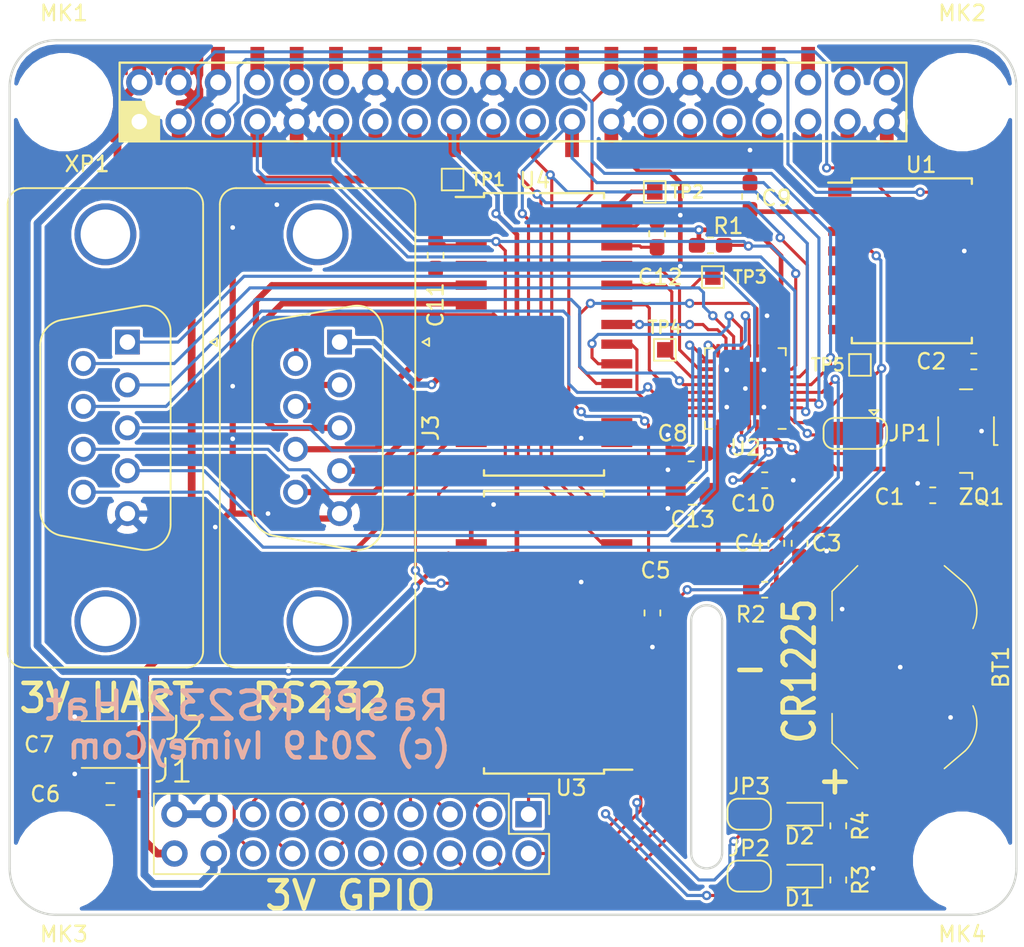
<source format=kicad_pcb>
(kicad_pcb (version 20171130) (host pcbnew "(5.1.0-rc1-139-g5a414a74d)")
  (title_block (title "RasPi Serial Hat") (date 2019-02-26) (rev 1) (company IvimeyCom))
  (layers (0 F.Cu signal) (31 B.Cu signal) (34 B.Paste user hide) (35 F.Paste user hide) (36 B.SilkS user hide) (37 F.SilkS user) (38 B.Mask user hide) (39 F.Mask user hide) (44 Edge.Cuts user hide))
  (net 0 "")
  (net 1 GND)
  (net 2 RPI_SPI0_SCLK)
  (net 3 RPI_SPI0_MISO)
  (net 4 RPI_SPI0_MOSI)
  (net 5 RPI_SCL)
  (net 6 RPI_SDA)
  (net 7 RPI_GPCLK0)
  (net 8 "Net-(XP1-Pad40)")
  (net 9 "Net-(XP1-Pad38)")
  (net 10 "Net-(XP1-Pad37)")
  (net 11 "Net-(XP1-Pad36)")
  (net 12 "Net-(XP1-Pad35)")
  (net 13 "Net-(XP1-Pad33)")
  (net 14 "Net-(XP1-Pad32)")
  (net 15 "Net-(XP1-Pad31)")
  (net 16 "Net-(XP1-Pad29)")
  (net 17 /CE1)
  (net 18 "Net-(XP1-Pad28)")
  (net 19 "Net-(XP1-Pad27)")
  (net 20 /CE0)
  (net 21 "Net-(XP1-Pad22)")
  (net 22 "Net-(XP1-Pad18)")
  (net 23 "Net-(XP1-Pad16)")
  (net 24 "Net-(XP1-Pad15)")
  (net 25 "Net-(XP1-Pad13)")
  (net 26 "Net-(XP1-Pad12)")
  (net 27 ~SER_IRQ_A)
  (net 28 "Net-(XP1-Pad10)")
  (net 29 "Net-(XP1-Pad8)")
  (net 30 +3V3)
  (net 31 +5V)
  (net 32 /+3Vbat)
  (net 33 ~HAT_RST)
  (net 34 /U_V18)
  (net 35 HAT_CLK)
  (net 36 /~U1_RTS)
  (net 37 /~U0_RTS)
  (net 38 /U1_RX)
  (net 39 /U0_RX)
  (net 40 /U0_TX)
  (net 41 /U1_TX)
  (net 42 /~U1_CTS)
  (net 43 /~U0_CTS)
  (net 44 /ZQ_CLK)
  (net 45 /~U1_DCD)
  (net 46 /~U1_DSR)
  (net 47 /~U1_DTR)
  (net 48 /~U1_RI)
  (net 49 /E_CTS)
  (net 50 /E_RTS)
  (net 51 /E_DSR)
  (net 52 /E_DTR)
  (net 53 /E_TX)
  (net 54 /E_RX)
  (net 55 /E_DCD)
  (net 56 "Net-(D1-Pad2)")
  (net 57 "Net-(D1-Pad1)")
  (net 58 "Net-(D2-Pad2)")
  (net 59 "Net-(D2-Pad1)")
  (net 60 "Net-(C11-Pad2)")
  (net 61 "Net-(C11-Pad1)")
  (net 62 "Net-(C12-Pad2)")
  (net 63 "Net-(C12-Pad1)")
  (net 64 /~U0_RI)
  (net 65 /~U0_DCD)
  (net 66 /~U0_DSR)
  (net 67 /~U0_DTR)
  (net 68 /E_RI)
  (net 69 "Net-(J1-Pad16)")
  (net 70 "Net-(J1-Pad15)")
  (net 71 "Net-(J1-Pad14)")
  (net 72 "Net-(J1-Pad13)")
  (net 73 "Net-(J1-Pad12)")
  (net 74 "Net-(J1-Pad11)")
  (net 75 "Net-(J1-Pad10)")
  (net 76 "Net-(J1-Pad9)")
  (net 77 "Net-(J1-Pad8)")
  (net 78 "Net-(J1-Pad7)")
  (net 79 "Net-(J1-Pad6)")
  (net 80 "Net-(J1-Pad5)")
  (net 81 "Net-(J1-Pad4)")
  (net 82 "Net-(J1-Pad3)")
  (net 83 "Net-(J1-Pad2)")
  (net 84 "Net-(J1-Pad1)")
  (net 85 /V-)
  (net 86 /V+)
  (module Capacitor_SMD:C_0805_2012Metric_Pad1.15x1.40mm_HandSolder (layer F.Cu) (at 139.3 89.9 180)
    (fp_text reference C13 (at 0 -1.65 180) (layer F.SilkS))
    (fp_text value "10uF Ceramic")
    (pad 2 smd roundrect (at 1.025 0 180) (size 1.15 1.4) (layers F.Cu F.Paste F.Mask) (roundrect_rratio 0.217391) (net 1 GND))
    (pad 1 smd roundrect (at -1.025 0 180) (size 1.15 1.4) (layers F.Cu F.Paste F.Mask) (roundrect_rratio 0.217391) (net 30 +3V3))
  )
  (module Connector_Dsub:DSUB-9_Male_Vertical_P2.77x2.84mm_MountingHoles (layer F.Cu) (at 116.5 80.1 270)
    (fp_text reference J3 (at 5.54 -5.89 270) (layer F.SilkS))
    (fp_text value DB9_Male)
    (pad 0 thru_hole circle (at 18.04 1.42 270) (size 4 4) (drill 3.2) (layers *.Cu *.Mask))
    (pad 0 thru_hole circle (at -6.96 1.42 270) (size 4 4) (drill 3.2) (layers *.Cu *.Mask))
    (pad 9 thru_hole circle (at 9.695 2.84 270) (size 1.6 1.6) (drill 1) (layers *.Cu *.Mask) (net 68 /E_RI))
    (pad 8 thru_hole circle (at 6.925 2.84 270) (size 1.6 1.6) (drill 1) (layers *.Cu *.Mask) (net 49 /E_CTS))
    (pad 7 thru_hole circle (at 4.155 2.84 270) (size 1.6 1.6) (drill 1) (layers *.Cu *.Mask) (net 50 /E_RTS))
    (pad 6 thru_hole circle (at 1.385 2.84 270) (size 1.6 1.6) (drill 1) (layers *.Cu *.Mask) (net 51 /E_DSR))
    (pad 5 thru_hole circle (at 11.08 0 270) (size 1.6 1.6) (drill 1) (layers *.Cu *.Mask) (net 1 GND))
    (pad 4 thru_hole circle (at 8.31 0 270) (size 1.6 1.6) (drill 1) (layers *.Cu *.Mask) (net 52 /E_DTR))
    (pad 3 thru_hole circle (at 5.54 0 270) (size 1.6 1.6) (drill 1) (layers *.Cu *.Mask) (net 53 /E_TX))
    (pad 2 thru_hole circle (at 2.77 0 270) (size 1.6 1.6) (drill 1) (layers *.Cu *.Mask) (net 54 /E_RX))
    (pad 1 thru_hole rect (at 0 0 270) (size 1.6 1.6) (drill 1) (layers *.Cu *.Mask) (net 55 /E_DCD))
  )
  (module Capacitor_SMD:C_0603_1608Metric_Pad1.05x0.95mm_HandSolder (layer F.Cu) (at 139.2 87.3 180)
    (fp_text reference C8 (at 1.2 1.3 180) (layer F.SilkS))
    (fp_text value 100nF)
    (pad 2 smd roundrect (at 0.875 0 180) (size 1.05 0.95) (layers F.Cu F.Paste F.Mask) (net 1 GND))
    (pad 1 smd roundrect (at -0.875 0 180) (size 1.05 0.95) (layers F.Cu F.Paste F.Mask) (net 30 +3V3))
  )
  (module Capacitor_SMD:C_0603_1608Metric_Pad1.05x0.95mm_HandSolder (layer F.Cu) (at 154.8 90 180)
    (fp_text reference C1 (at 2.8 -0.1 180) (layer F.SilkS))
    (fp_text value 100nF)
    (pad 2 smd roundrect (at 0.875 0 180) (size 1.05 0.95) (layers F.Cu F.Paste F.Mask) (net 1 GND))
    (pad 1 smd roundrect (at -0.875 0 180) (size 1.05 0.95) (layers F.Cu F.Paste F.Mask) (net 30 +3V3))
  )
  (module Connector_Dsub:DSUB-9_Male_Vertical_P2.77x2.84mm_MountingHoles (layer F.Cu) (at 102.8 80.1 270)
    (fp_text reference J2 (at 24.95 -3.65) (layer F.SilkS) (effects (font (size 1.5 1.5))))
    (fp_text value DB9_Male)
    (pad 0 thru_hole circle (at 18.04 1.42 270) (size 4 4) (drill 3.2) (layers *.Cu *.Mask))
    (pad 0 thru_hole circle (at -6.96 1.42 270) (size 4 4) (drill 3.2) (layers *.Cu *.Mask))
    (pad 9 thru_hole circle (at 9.695 2.84 270) (size 1.6 1.6) (drill 1) (layers *.Cu *.Mask) (net 48 /~U1_RI))
    (pad 8 thru_hole circle (at 6.925 2.84 270) (size 1.6 1.6) (drill 1) (layers *.Cu *.Mask) (net 42 /~U1_CTS))
    (pad 7 thru_hole circle (at 4.155 2.84 270) (size 1.6 1.6) (drill 1) (layers *.Cu *.Mask) (net 36 /~U1_RTS))
    (pad 6 thru_hole circle (at 1.385 2.84 270) (size 1.6 1.6) (drill 1) (layers *.Cu *.Mask) (net 46 /~U1_DSR))
    (pad 5 thru_hole circle (at 11.08 0 270) (size 1.6 1.6) (drill 1) (layers *.Cu *.Mask) (net 1 GND))
    (pad 4 thru_hole circle (at 8.31 0 270) (size 1.6 1.6) (drill 1) (layers *.Cu *.Mask) (net 47 /~U1_DTR))
    (pad 3 thru_hole circle (at 5.54 0 270) (size 1.6 1.6) (drill 1) (layers *.Cu *.Mask) (net 41 /U1_TX))
    (pad 2 thru_hole circle (at 2.77 0 270) (size 1.6 1.6) (drill 1) (layers *.Cu *.Mask) (net 38 /U1_RX))
    (pad 1 thru_hole rect (at 0 0 270) (size 1.6 1.6) (drill 1) (layers *.Cu *.Mask) (net 45 /~U1_DCD))
  )
  (module TestPoint:TestPoint_Pad_1.0x1.0mm (layer F.Cu) (at 150.1 81.575)
    (fp_text reference TP5 (at -2.075 0) (layer F.SilkS) (effects (font (size 0.8 0.8))))
    (fp_text value TestPoint)
    (pad 1 smd rect (at 0 0) (size 1 1) (layers F.Cu F.Mask) (net 33 ~HAT_RST))
  )
  (module TestPoint:TestPoint_Pad_1.0x1.0mm (layer F.Cu) (at 137.5 80.6)
    (fp_text reference TP4 (at 0 -1.448) (layer F.SilkS) (effects (font (size 0.8 0.8))))
    (fp_text value TestPoint)
    (pad 1 smd rect (at 0 0) (size 1 1) (layers F.Cu F.Mask) (net 39 /U0_RX))
  )
  (module TestPoint:TestPoint_Pad_1.0x1.0mm (layer F.Cu) (at 140.6 75.9)
    (fp_text reference TP3 (at 2.4 0) (layer F.SilkS) (effects (font (size 0.8 0.8))))
    (fp_text value TestPoint)
    (pad 1 smd rect (at 0 0) (size 1 1) (layers F.Cu F.Mask) (net 40 /U0_TX))
  )
  (module TestPoint:TestPoint_Pad_1.0x1.0mm (layer F.Cu) (at 136.85 70.4)
    (fp_text reference TP2 (at 2.1 0) (layer F.SilkS) (effects (font (size 0.8 0.8))))
    (fp_text value TestPoint)
    (pad 1 smd rect (at 0 0) (size 1 1) (layers F.Cu F.Mask) (net 85 /V-))
  )
  (module TestPoint:TestPoint_Pad_1.0x1.0mm (layer F.Cu) (at 123.8 69.6)
    (fp_text reference TP1 (at 2.3 0) (layer F.SilkS) (effects (font (size 0.8 0.8))))
    (fp_text value TestPoint)
    (pad 1 smd rect (at 0 0) (size 1 1) (layers F.Cu F.Mask) (net 86 /V+))
  )
  (module Capacitor_Tantalum_SMD:CP_EIA-3528-12_Kemet-T_Pad1.50x2.35mm_HandSolder (layer F.Cu) (at 101.6 106.1 180)
    (fp_text reference C7 (at 4.5 0 180) (layer F.SilkS))
    (fp_text value "100uF Tant")
    (pad 2 smd roundrect (at 1.625 0 180) (size 1.5 2.35) (layers F.Cu F.Paste F.Mask) (roundrect_rratio 0.166667) (net 1 GND))
    (pad 1 smd roundrect (at -1.625 0 180) (size 1.5 2.35) (layers F.Cu F.Paste F.Mask) (roundrect_rratio 0.166667) (net 31 +5V))
  )
  (module Capacitor_SMD:C_0805_2012Metric_Pad1.15x1.40mm_HandSolder (layer F.Cu) (at 101.7 109.3 180)
    (fp_text reference C6 (at 4.2 0 180) (layer F.SilkS))
    (fp_text value "10uF Ceramic")
    (pad 2 smd roundrect (at 1.025 0 180) (size 1.15 1.4) (layers F.Cu F.Paste F.Mask) (roundrect_rratio 0.217391) (net 1 GND))
    (pad 1 smd roundrect (at -1.025 0 180) (size 1.15 1.4) (layers F.Cu F.Paste F.Mask) (roundrect_rratio 0.217391) (net 31 +5V))
  )
  (module Resistor_SMD:R_0603_1608Metric_Pad1.05x0.95mm_HandSolder (layer F.Cu) (at 148.7 111.35 270)
    (fp_text reference R4 (at 0 -1.43 270) (layer F.SilkS))
    (fp_text value 470)
    (pad 2 smd roundrect (at 0.875 0 270) (size 1.05 0.95) (layers F.Cu F.Paste F.Mask) (net 1 GND))
    (pad 1 smd roundrect (at -0.875 0 270) (size 1.05 0.95) (layers F.Cu F.Paste F.Mask) (net 59 "Net-(D2-Pad1)"))
  )
  (module Resistor_SMD:R_0603_1608Metric_Pad1.05x0.95mm_HandSolder (layer F.Cu) (at 148.7 114.85 270)
    (fp_text reference R3 (at 0 -1.43 270) (layer F.SilkS))
    (fp_text value 470)
    (pad 2 smd roundrect (at 0.875 0 270) (size 1.05 0.95) (layers F.Cu F.Paste F.Mask) (net 1 GND))
    (pad 1 smd roundrect (at -0.875 0 270) (size 1.05 0.95) (layers F.Cu F.Paste F.Mask) (net 57 "Net-(D1-Pad1)"))
  )
  (module Jumper:SolderJumper-2_P1.3mm_Open_RoundedPad1.0x1.5mm (layer F.Cu) (at 142.95 110.6)
    (fp_text reference JP3 (at 0 -1.8) (layer F.SilkS))
    (fp_text value "LED2 Enable")
    (pad 2 smd custom (at 0.65 0) (size 1 0.5) (layers F.Cu F.Mask) (net 58 "Net-(D2-Pad2)") (options (clearance outline) (anchor rect)) (primitives (gr_circle (center 0 0.25) (end 0.5 0.25) (width 0)) (gr_circle (center 0 -0.25) (end 0.5 -0.25) (width 0)) (gr_poly (pts (xy 0 -0.75) (xy -0.5 -0.75) (xy -0.5 0.75) (xy 0 0.75)) (width 0))))
    (pad 1 smd custom (at -0.65 0) (size 1 0.5) (layers F.Cu F.Mask) (net 81 "Net-(J1-Pad4)") (options (clearance outline) (anchor rect)) (primitives (gr_circle (center 0 0.25) (end 0.5 0.25) (width 0)) (gr_circle (center 0 -0.25) (end 0.5 -0.25) (width 0)) (gr_poly (pts (xy 0 -0.75) (xy 0.5 -0.75) (xy 0.5 0.75) (xy 0 0.75)) (width 0))))
  )
  (module Jumper:SolderJumper-2_P1.3mm_Open_RoundedPad1.0x1.5mm (layer F.Cu) (at 142.95 114.6)
    (fp_text reference JP2 (at 0 -1.8) (layer F.SilkS))
    (fp_text value "LED1 Enable")
    (pad 2 smd custom (at 0.65 0) (size 1 0.5) (layers F.Cu F.Mask) (net 56 "Net-(D1-Pad2)") (options (clearance outline) (anchor rect)) (primitives (gr_circle (center 0 0.25) (end 0.5 0.25) (width 0)) (gr_circle (center 0 -0.25) (end 0.5 -0.25) (width 0)) (gr_poly (pts (xy 0 -0.75) (xy -0.5 -0.75) (xy -0.5 0.75) (xy 0 0.75)) (width 0))))
    (pad 1 smd custom (at -0.65 0) (size 1 0.5) (layers F.Cu F.Mask) (net 83 "Net-(J1-Pad2)") (options (clearance outline) (anchor rect)) (primitives (gr_circle (center 0 0.25) (end 0.5 0.25) (width 0)) (gr_circle (center 0 -0.25) (end 0.5 -0.25) (width 0)) (gr_poly (pts (xy 0 -0.75) (xy 0.5 -0.75) (xy 0.5 0.75) (xy 0 0.75)) (width 0))))
  )
  (module Diode_SMD:D_0603_1608Metric (layer F.Cu) (at 146.2 110.6 180)
    (fp_text reference D2 (at 0 -1.43 180) (layer F.SilkS))
    (fp_text value LED)
    (pad 2 smd roundrect (at 0.7875 0 180) (size 0.875 0.95) (layers F.Cu F.Paste F.Mask) (net 58 "Net-(D2-Pad2)"))
    (pad 1 smd roundrect (at -0.7875 0 180) (size 0.875 0.95) (layers F.Cu F.Paste F.Mask) (net 59 "Net-(D2-Pad1)"))
  )
  (module Diode_SMD:D_0603_1608Metric (layer F.Cu) (at 146.2 114.6 180)
    (fp_text reference D1 (at 0 -1.43 180) (layer F.SilkS))
    (fp_text value LED)
    (pad 2 smd roundrect (at 0.7875 0 180) (size 0.875 0.95) (layers F.Cu F.Paste F.Mask) (net 56 "Net-(D1-Pad2)"))
    (pad 1 smd roundrect (at -0.7875 0 180) (size 0.875 0.95) (layers F.Cu F.Paste F.Mask) (net 57 "Net-(D1-Pad1)"))
  )
  (module Capacitor_SMD:C_0603_1608Metric_Pad1.05x0.95mm_HandSolder (layer F.Cu) (at 137 73.1 90)
    (fp_text reference C12 (at -2.8 0.2 180) (layer F.SilkS))
    (fp_text value 0.1uF)
    (pad 2 smd roundrect (at 0.875 0 90) (size 1.05 0.95) (layers F.Cu F.Paste F.Mask) (net 62 "Net-(C12-Pad2)"))
    (pad 1 smd roundrect (at -0.875 0 90) (size 1.05 0.95) (layers F.Cu F.Paste F.Mask) (net 63 "Net-(C12-Pad1)"))
  )
  (module Capacitor_SMD:C_0603_1608Metric_Pad1.05x0.95mm_HandSolder (layer F.Cu) (at 122.7 74.5 270)
    (fp_text reference C11 (at 3.2 0 270) (layer F.SilkS))
    (fp_text value 0.1uF)
    (pad 2 smd roundrect (at 0.875 0 270) (size 1.05 0.95) (layers F.Cu F.Paste F.Mask) (net 60 "Net-(C11-Pad2)"))
    (pad 1 smd roundrect (at -0.875 0 270) (size 1.05 0.95) (layers F.Cu F.Paste F.Mask) (net 61 "Net-(C11-Pad1)"))
  )
  (module Connector_PinHeader_2.54mm:PinHeader_2x10_P2.54mm_Vertical (layer F.Cu) (at 128.7 110.6 270)
    (fp_text reference J1 (at -2.8 22.95) (layer F.SilkS) (effects (font (size 1.5 1.5))))
    (fp_text value Conn_02x10_Odd_Even)
    (pad 20 thru_hole oval (at 2.54 22.86 270) (size 1.7 1.7) (drill 1) (layers *.Cu *.Mask) (net 31 +5V))
    (pad 19 thru_hole oval (at 0 22.86 270) (size 1.7 1.7) (drill 1) (layers *.Cu *.Mask) (net 1 GND))
    (pad 18 thru_hole oval (at 2.54 20.32 270) (size 1.7 1.7) (drill 1) (layers *.Cu *.Mask) (net 30 +3V3))
    (pad 17 thru_hole oval (at 0 20.32 270) (size 1.7 1.7) (drill 1) (layers *.Cu *.Mask) (net 1 GND))
    (pad 16 thru_hole oval (at 2.54 17.78 270) (size 1.7 1.7) (drill 1) (layers *.Cu *.Mask) (net 69 "Net-(J1-Pad16)"))
    (pad 15 thru_hole oval (at 0 17.78 270) (size 1.7 1.7) (drill 1) (layers *.Cu *.Mask) (net 70 "Net-(J1-Pad15)"))
    (pad 14 thru_hole oval (at 2.54 15.24 270) (size 1.7 1.7) (drill 1) (layers *.Cu *.Mask) (net 71 "Net-(J1-Pad14)"))
    (pad 13 thru_hole oval (at 0 15.24 270) (size 1.7 1.7) (drill 1) (layers *.Cu *.Mask) (net 72 "Net-(J1-Pad13)"))
    (pad 12 thru_hole oval (at 2.54 12.7 270) (size 1.7 1.7) (drill 1) (layers *.Cu *.Mask) (net 73 "Net-(J1-Pad12)"))
    (pad 11 thru_hole oval (at 0 12.7 270) (size 1.7 1.7) (drill 1) (layers *.Cu *.Mask) (net 74 "Net-(J1-Pad11)"))
    (pad 10 thru_hole oval (at 2.54 10.16 270) (size 1.7 1.7) (drill 1) (layers *.Cu *.Mask) (net 75 "Net-(J1-Pad10)"))
    (pad 9 thru_hole oval (at 0 10.16 270) (size 1.7 1.7) (drill 1) (layers *.Cu *.Mask) (net 76 "Net-(J1-Pad9)"))
    (pad 8 thru_hole oval (at 2.54 7.62 270) (size 1.7 1.7) (drill 1) (layers *.Cu *.Mask) (net 77 "Net-(J1-Pad8)"))
    (pad 7 thru_hole oval (at 0 7.62 270) (size 1.7 1.7) (drill 1) (layers *.Cu *.Mask) (net 78 "Net-(J1-Pad7)"))
    (pad 6 thru_hole oval (at 2.54 5.08 270) (size 1.7 1.7) (drill 1) (layers *.Cu *.Mask) (net 79 "Net-(J1-Pad6)"))
    (pad 5 thru_hole oval (at 0 5.08 270) (size 1.7 1.7) (drill 1) (layers *.Cu *.Mask) (net 80 "Net-(J1-Pad5)"))
    (pad 4 thru_hole oval (at 2.54 2.54 270) (size 1.7 1.7) (drill 1) (layers *.Cu *.Mask) (net 81 "Net-(J1-Pad4)"))
    (pad 3 thru_hole oval (at 0 2.54 270) (size 1.7 1.7) (drill 1) (layers *.Cu *.Mask) (net 82 "Net-(J1-Pad3)"))
    (pad 2 thru_hole oval (at 2.54 0 270) (size 1.7 1.7) (drill 1) (layers *.Cu *.Mask) (net 83 "Net-(J1-Pad2)"))
    (pad 1 thru_hole rect (at 0 0 270) (size 1.7 1.7) (drill 1) (layers *.Cu *.Mask) (net 84 "Net-(J1-Pad1)"))
  )
  (module Package_SO:SOIC-28W_7.5x17.9mm_P1.27mm (layer F.Cu) (at 129.7 79.6)
    (fp_text reference U4 (at -0.6 -9.95) (layer F.SilkS))
    (fp_text value LT1137ACSW)
    (pad 28 smd rect (at 4.7 -8.255) (size 2 0.6) (layers F.Cu F.Paste F.Mask) (net 85 /V-))
    (pad 27 smd rect (at 4.7 -6.985) (size 2 0.6) (layers F.Cu F.Paste F.Mask) (net 62 "Net-(C12-Pad2)"))
    (pad 26 smd rect (at 4.7 -5.715) (size 2 0.6) (layers F.Cu F.Paste F.Mask) (net 63 "Net-(C12-Pad1)"))
    (pad 25 smd rect (at 4.7 -4.445) (size 2 0.6) (layers F.Cu F.Paste F.Mask) (net 40 /U0_TX))
    (pad 24 smd rect (at 4.7 -3.175) (size 2 0.6) (layers F.Cu F.Paste F.Mask) (net 39 /U0_RX))
    (pad 23 smd rect (at 4.7 -1.905) (size 2 0.6) (layers F.Cu F.Paste F.Mask) (net 37 /~U0_RTS))
    (pad 22 smd rect (at 4.7 -0.635) (size 2 0.6) (layers F.Cu F.Paste F.Mask) (net 43 /~U0_CTS))
    (pad 21 smd rect (at 4.7 0.635) (size 2 0.6) (layers F.Cu F.Paste F.Mask) (net 65 /~U0_DCD))
    (pad 20 smd rect (at 4.7 1.905) (size 2 0.6) (layers F.Cu F.Paste F.Mask) (net 66 /~U0_DSR))
    (pad 19 smd rect (at 4.7 3.175) (size 2 0.6) (layers F.Cu F.Paste F.Mask) (net 67 /~U0_DTR))
    (pad 18 smd rect (at 4.7 4.445) (size 2 0.6) (layers F.Cu F.Paste F.Mask) (net 64 /~U0_RI))
    (pad 17 smd rect (at 4.7 5.715) (size 2 0.6) (layers F.Cu F.Paste F.Mask) (net 1 GND))
    (pad 16 smd rect (at 4.7 6.985) (size 2 0.6) (layers F.Cu F.Paste F.Mask) (net 1 GND))
    (pad 15 smd rect (at 4.7 8.255) (size 2 0.6) (layers F.Cu F.Paste F.Mask))
    (pad 14 smd rect (at -4.7 8.255) (size 2 0.6) (layers F.Cu F.Paste F.Mask))
    (pad 13 smd rect (at -4.7 6.985) (size 2 0.6) (layers F.Cu F.Paste F.Mask) (net 31 +5V))
    (pad 12 smd rect (at -4.7 5.715) (size 2 0.6) (layers F.Cu F.Paste F.Mask) (net 68 /E_RI))
    (pad 11 smd rect (at -4.7 4.445) (size 2 0.6) (layers F.Cu F.Paste F.Mask) (net 52 /E_DTR))
    (pad 10 smd rect (at -4.7 3.175) (size 2 0.6) (layers F.Cu F.Paste F.Mask) (net 51 /E_DSR))
    (pad 9 smd rect (at -4.7 1.905) (size 2 0.6) (layers F.Cu F.Paste F.Mask) (net 55 /E_DCD))
    (pad 8 smd rect (at -4.7 0.635) (size 2 0.6) (layers F.Cu F.Paste F.Mask) (net 49 /E_CTS))
    (pad 7 smd rect (at -4.7 -0.635) (size 2 0.6) (layers F.Cu F.Paste F.Mask) (net 50 /E_RTS))
    (pad 6 smd rect (at -4.7 -1.905) (size 2 0.6) (layers F.Cu F.Paste F.Mask) (net 54 /E_RX))
    (pad 5 smd rect (at -4.7 -3.175) (size 2 0.6) (layers F.Cu F.Paste F.Mask) (net 53 /E_TX))
    (pad 4 smd rect (at -4.7 -4.445) (size 2 0.6) (layers F.Cu F.Paste F.Mask) (net 60 "Net-(C11-Pad2)"))
    (pad 3 smd rect (at -4.7 -5.715) (size 2 0.6) (layers F.Cu F.Paste F.Mask) (net 61 "Net-(C11-Pad1)"))
    (pad 2 smd rect (at -4.7 -6.985) (size 2 0.6) (layers F.Cu F.Paste F.Mask) (net 31 +5V))
    (pad 1 smd rect (at -4.7 -8.255) (size 2 0.6) (layers F.Cu F.Paste F.Mask) (net 86 /V+))
  )
  (module Package_SO:SOIC-28W_7.5x17.9mm_P1.27mm (layer F.Cu) (at 129.7 98.85 180)
    (fp_text reference U3 (at -1.75 -10.05 180) (layer F.SilkS))
    (fp_text value MCP23S17)
    (pad 28 smd rect (at 4.7 -8.255 180) (size 2 0.6) (layers F.Cu F.Paste F.Mask) (net 84 "Net-(J1-Pad1)"))
    (pad 27 smd rect (at 4.7 -6.985 180) (size 2 0.6) (layers F.Cu F.Paste F.Mask) (net 82 "Net-(J1-Pad3)"))
    (pad 26 smd rect (at 4.7 -5.715 180) (size 2 0.6) (layers F.Cu F.Paste F.Mask) (net 80 "Net-(J1-Pad5)"))
    (pad 25 smd rect (at 4.7 -4.445 180) (size 2 0.6) (layers F.Cu F.Paste F.Mask) (net 78 "Net-(J1-Pad7)"))
    (pad 24 smd rect (at 4.7 -3.175 180) (size 2 0.6) (layers F.Cu F.Paste F.Mask) (net 76 "Net-(J1-Pad9)"))
    (pad 23 smd rect (at 4.7 -1.905 180) (size 2 0.6) (layers F.Cu F.Paste F.Mask) (net 74 "Net-(J1-Pad11)"))
    (pad 22 smd rect (at 4.7 -0.635 180) (size 2 0.6) (layers F.Cu F.Paste F.Mask) (net 72 "Net-(J1-Pad13)"))
    (pad 21 smd rect (at 4.7 0.635 180) (size 2 0.6) (layers F.Cu F.Paste F.Mask) (net 70 "Net-(J1-Pad15)"))
    (pad 20 smd rect (at 4.7 1.905 180) (size 2 0.6) (layers F.Cu F.Paste F.Mask) (net 27 ~SER_IRQ_A))
    (pad 19 smd rect (at 4.7 3.175 180) (size 2 0.6) (layers F.Cu F.Paste F.Mask) (net 27 ~SER_IRQ_A))
    (pad 18 smd rect (at 4.7 4.445 180) (size 2 0.6) (layers F.Cu F.Paste F.Mask) (net 33 ~HAT_RST))
    (pad 17 smd rect (at 4.7 5.715 180) (size 2 0.6) (layers F.Cu F.Paste F.Mask) (net 1 GND))
    (pad 16 smd rect (at 4.7 6.985 180) (size 2 0.6) (layers F.Cu F.Paste F.Mask) (net 1 GND))
    (pad 15 smd rect (at 4.7 8.255 180) (size 2 0.6) (layers F.Cu F.Paste F.Mask) (net 1 GND))
    (pad 14 smd rect (at -4.7 8.255 180) (size 2 0.6) (layers F.Cu F.Paste F.Mask) (net 3 RPI_SPI0_MISO))
    (pad 13 smd rect (at -4.7 6.985 180) (size 2 0.6) (layers F.Cu F.Paste F.Mask) (net 4 RPI_SPI0_MOSI))
    (pad 12 smd rect (at -4.7 5.715 180) (size 2 0.6) (layers F.Cu F.Paste F.Mask) (net 2 RPI_SPI0_SCLK))
    (pad 11 smd rect (at -4.7 4.445 180) (size 2 0.6) (layers F.Cu F.Paste F.Mask) (net 17 /CE1))
    (pad 10 smd rect (at -4.7 3.175 180) (size 2 0.6) (layers F.Cu F.Paste F.Mask) (net 1 GND))
    (pad 9 smd rect (at -4.7 1.905 180) (size 2 0.6) (layers F.Cu F.Paste F.Mask) (net 30 +3V3))
    (pad 8 smd rect (at -4.7 0.635 180) (size 2 0.6) (layers F.Cu F.Paste F.Mask) (net 69 "Net-(J1-Pad16)"))
    (pad 7 smd rect (at -4.7 -0.635 180) (size 2 0.6) (layers F.Cu F.Paste F.Mask) (net 71 "Net-(J1-Pad14)"))
    (pad 6 smd rect (at -4.7 -1.905 180) (size 2 0.6) (layers F.Cu F.Paste F.Mask) (net 73 "Net-(J1-Pad12)"))
    (pad 5 smd rect (at -4.7 -3.175 180) (size 2 0.6) (layers F.Cu F.Paste F.Mask) (net 75 "Net-(J1-Pad10)"))
    (pad 4 smd rect (at -4.7 -4.445 180) (size 2 0.6) (layers F.Cu F.Paste F.Mask) (net 77 "Net-(J1-Pad8)"))
    (pad 3 smd rect (at -4.7 -5.715 180) (size 2 0.6) (layers F.Cu F.Paste F.Mask) (net 79 "Net-(J1-Pad6)"))
    (pad 2 smd rect (at -4.7 -6.985 180) (size 2 0.6) (layers F.Cu F.Paste F.Mask) (net 81 "Net-(J1-Pad4)"))
    (pad 1 smd rect (at -4.7 -8.255 180) (size 2 0.6) (layers F.Cu F.Paste F.Mask) (net 83 "Net-(J1-Pad2)"))
  )
  (module Battery:BatteryHolder_LINX_BAT-HLD-012-SMT (layer F.Cu) (at 152.7 101.1 90)
    (fp_text reference BT1 (at 0 6.5 90) (layer F.SilkS))
    (fp_text value CR1225)
    (pad 2 smd circle (at 0 0 90) (size 10.2 10.2) (layers F.Cu F.Paste F.Mask) (net 1 GND))
    (pad 1 smd rect (at 7.6 0 90) (size 2.5 5.1) (layers F.Cu F.Paste F.Mask) (net 32 /+3Vbat))
    (pad 1 smd rect (at -7.6 0 90) (size 2.5 5.1) (layers F.Cu F.Paste F.Mask) (net 32 /+3Vbat))
  )
  (module Package_DFN_QFN:QFN-32-1EP_5x5mm_P0.5mm_EP3.45x3.45mm (layer F.Cu) (at 142.7 83.1 180)
    (fp_text reference U2 (at 0 -3.82 180) (layer F.SilkS))
    (fp_text value MAX3109)
    (pad 32 smd roundrect (at -1.75 -2.4375 180) (size 0.25 0.875) (layers F.Cu F.Paste F.Mask) (net 30 +3V3))
    (pad 31 smd roundrect (at -1.25 -2.4375 180) (size 0.25 0.875) (layers F.Cu F.Paste F.Mask) (net 34 /U_V18))
    (pad 30 smd roundrect (at -0.75 -2.4375 180) (size 0.25 0.875) (layers F.Cu F.Paste F.Mask) (net 30 +3V3))
    (pad 29 smd roundrect (at -0.25 -2.4375 180) (size 0.25 0.875) (layers F.Cu F.Paste F.Mask) (net 1 GND))
    (pad 28 smd roundrect (at 0.25 -2.4375 180) (size 0.25 0.875) (layers F.Cu F.Paste F.Mask) (net 45 /~U1_DCD))
    (pad 27 smd roundrect (at 0.75 -2.4375 180) (size 0.25 0.875) (layers F.Cu F.Paste F.Mask))
    (pad 26 smd roundrect (at 1.25 -2.4375 180) (size 0.25 0.875) (layers F.Cu F.Paste F.Mask) (net 35 HAT_CLK))
    (pad 25 smd roundrect (at 1.75 -2.4375 180) (size 0.25 0.875) (layers F.Cu F.Paste F.Mask) (net 30 +3V3))
    (pad 24 smd roundrect (at 2.4375 -1.75 180) (size 0.875 0.25) (layers F.Cu F.Paste F.Mask) (net 64 /~U0_RI))
    (pad 23 smd roundrect (at 2.4375 -1.25 180) (size 0.875 0.25) (layers F.Cu F.Paste F.Mask) (net 65 /~U0_DCD))
    (pad 22 smd roundrect (at 2.4375 -0.75 180) (size 0.875 0.25) (layers F.Cu F.Paste F.Mask) (net 36 /~U1_RTS))
    (pad 21 smd roundrect (at 2.4375 -0.25 180) (size 0.875 0.25) (layers F.Cu F.Paste F.Mask) (net 37 /~U0_RTS))
    (pad 20 smd roundrect (at 2.4375 0.25 180) (size 0.875 0.25) (layers F.Cu F.Paste F.Mask) (net 38 /U1_RX))
    (pad 19 smd roundrect (at 2.4375 0.75 180) (size 0.875 0.25) (layers F.Cu F.Paste F.Mask) (net 39 /U0_RX))
    (pad 18 smd roundrect (at 2.4375 1.25 180) (size 0.875 0.25) (layers F.Cu F.Paste F.Mask) (net 40 /U0_TX))
    (pad 17 smd roundrect (at 2.4375 1.75 180) (size 0.875 0.25) (layers F.Cu F.Paste F.Mask) (net 41 /U1_TX))
    (pad 16 smd roundrect (at 1.75 2.4375 180) (size 0.25 0.875) (layers F.Cu F.Paste F.Mask) (net 42 /~U1_CTS))
    (pad 15 smd roundrect (at 1.25 2.4375 180) (size 0.25 0.875) (layers F.Cu F.Paste F.Mask) (net 43 /~U0_CTS))
    (pad 14 smd roundrect (at 0.75 2.4375 180) (size 0.25 0.875) (layers F.Cu F.Paste F.Mask) (net 46 /~U1_DSR))
    (pad 13 smd roundrect (at 0.25 2.4375 180) (size 0.25 0.875) (layers F.Cu F.Paste F.Mask) (net 66 /~U0_DSR))
    (pad 12 smd roundrect (at -0.25 2.4375 180) (size 0.25 0.875) (layers F.Cu F.Paste F.Mask) (net 47 /~U1_DTR))
    (pad 11 smd roundrect (at -0.75 2.4375 180) (size 0.25 0.875) (layers F.Cu F.Paste F.Mask) (net 67 /~U0_DTR))
    (pad 10 smd roundrect (at -1.25 2.4375 180) (size 0.25 0.875) (layers F.Cu F.Paste F.Mask) (net 1 GND))
    (pad 9 smd roundrect (at -1.75 2.4375 180) (size 0.25 0.875) (layers F.Cu F.Paste F.Mask) (net 30 +3V3))
    (pad 8 smd roundrect (at -2.4375 1.75 180) (size 0.875 0.25) (layers F.Cu F.Paste F.Mask) (net 30 +3V3))
    (pad 7 smd roundrect (at -2.4375 1.25 180) (size 0.875 0.25) (layers F.Cu F.Paste F.Mask) (net 27 ~SER_IRQ_A))
    (pad 6 smd roundrect (at -2.4375 0.75 180) (size 0.875 0.25) (layers F.Cu F.Paste F.Mask) (net 4 RPI_SPI0_MOSI))
    (pad 5 smd roundrect (at -2.4375 0.25 180) (size 0.875 0.25) (layers F.Cu F.Paste F.Mask) (net 20 /CE0))
    (pad 4 smd roundrect (at -2.4375 -0.25 180) (size 0.875 0.25) (layers F.Cu F.Paste F.Mask) (net 48 /~U1_RI))
    (pad 3 smd roundrect (at -2.4375 -0.75 180) (size 0.875 0.25) (layers F.Cu F.Paste F.Mask) (net 2 RPI_SPI0_SCLK))
    (pad 2 smd roundrect (at -2.4375 -1.25 180) (size 0.875 0.25) (layers F.Cu F.Paste F.Mask) (net 3 RPI_SPI0_MISO))
    (pad 1 smd roundrect (at -2.4375 -1.75 180) (size 0.875 0.25) (layers F.Cu F.Paste F.Mask) (net 33 ~HAT_RST))
    (pad 33 smd roundrect (at 0 0 180) (size 3.45 3.45) (layers F.Cu F.Mask) (roundrect_rratio 0.072464) (net 1 GND))
  )
  (module Crystal:Crystal_SMD_Abracon_ABM3B-4Pin_5.0x3.2mm (layer F.Cu) (at 156.95 85.85 90)
    (fp_text reference ZQ1 (at -4.25 1 180) (layer F.SilkS))
    (fp_text value ASFL1-24.000MHZ-EC-T)
    (pad 4 smd rect (at -2 -1.2 90) (size 1.8 1.2) (layers F.Cu F.Paste F.Mask) (net 30 +3V3))
    (pad 3 smd rect (at 2 -1.2 90) (size 1.8 1.2) (layers F.Cu F.Paste F.Mask) (net 44 /ZQ_CLK))
    (pad 2 smd rect (at 2 1.2 90) (size 1.8 1.2) (layers F.Cu F.Paste F.Mask) (net 1 GND))
    (pad 1 smd rect (at -2 1.2 90) (size 1.8 1.2) (layers F.Cu F.Paste F.Mask) (net 30 +3V3))
  )
  (module Jumper:SolderJumper-3_P1.3mm_Open_RoundedPad1.0x1.5mm (layer F.Cu) (at 149.8 86 180)
    (fp_text reference JP1 (at -3.5 0 180) (layer F.SilkS))
    (fp_text value "CLK Source")
    (pad 2 smd rect (at 0 0 180) (size 1 1.5) (layers F.Cu F.Mask) (net 35 HAT_CLK))
    (pad 3 smd custom (at 1.3 0 180) (size 1 0.5) (layers F.Cu F.Mask) (net 7 RPI_GPCLK0) (options (clearance outline) (anchor rect)) (primitives (gr_circle (center 0 0.25) (end 0.5 0.25) (width 0)) (gr_circle (center 0 -0.25) (end 0.5 -0.25) (width 0)) (gr_poly (pts (xy -0.55 -0.75) (xy 0 -0.75) (xy 0 0.75) (xy -0.55 0.75)) (width 0))))
    (pad 1 smd custom (at -1.3 0 180) (size 1 0.5) (layers F.Cu F.Mask) (net 44 /ZQ_CLK) (options (clearance outline) (anchor rect)) (primitives (gr_circle (center 0 0.25) (end 0.5 0.25) (width 0)) (gr_circle (center 0 -0.25) (end 0.5 -0.25) (width 0)) (gr_poly (pts (xy 0.55 -0.75) (xy 0 -0.75) (xy 0 0.75) (xy 0.55 0.75)) (width 0))))
  )
  (module Capacitor_SMD:C_0603_1608Metric_Pad1.05x0.95mm_HandSolder (layer F.Cu) (at 143.95 89.025)
    (fp_text reference C10 (at -0.75 1.5) (layer F.SilkS))
    (fp_text value 100nF)
    (pad 2 smd roundrect (at 0.875 0) (size 1.05 0.95) (layers F.Cu F.Paste F.Mask) (net 1 GND))
    (pad 1 smd roundrect (at -0.875 0) (size 1.05 0.95) (layers F.Cu F.Paste F.Mask) (net 34 /U_V18))
  )
  (module Capacitor_SMD:C_0603_1608Metric_Pad1.05x0.95mm_HandSolder (layer F.Cu) (at 143 70.7 90)
    (fp_text reference C9 (at -0.1 1.7 180) (layer F.SilkS))
    (fp_text value 100nF)
    (pad 2 smd roundrect (at 0.875 0 90) (size 1.05 0.95) (layers F.Cu F.Paste F.Mask) (net 1 GND))
    (pad 1 smd roundrect (at -0.875 0 90) (size 1.05 0.95) (layers F.Cu F.Paste F.Mask) (net 30 +3V3))
  )
  (module Capacitor_SMD:C_0603_1608Metric_Pad1.05x0.95mm_HandSolder (layer F.Cu) (at 136.7 97.6 270)
    (fp_text reference C5 (at -2.75 -0.2) (layer F.SilkS))
    (fp_text value 1uF)
    (pad 2 smd roundrect (at 0.875 0 270) (size 1.05 0.95) (layers F.Cu F.Paste F.Mask) (net 1 GND))
    (pad 1 smd roundrect (at -0.875 0 270) (size 1.05 0.95) (layers F.Cu F.Paste F.Mask) (net 30 +3V3))
  )
  (module Capacitor_SMD:C_0603_1608Metric_Pad1.05x0.95mm_HandSolder (layer F.Cu) (at 144.7 93.1 90)
    (fp_text reference C4 (at 0 -1.75 180) (layer F.SilkS))
    (fp_text value 1uF)
    (pad 2 smd roundrect (at 0.875 0 90) (size 1.05 0.95) (layers F.Cu F.Paste F.Mask) (net 1 GND))
    (pad 1 smd roundrect (at -0.875 0 90) (size 1.05 0.95) (layers F.Cu F.Paste F.Mask) (net 30 +3V3))
  )
  (module Capacitor_SMD:C_0603_1608Metric_Pad1.05x0.95mm_HandSolder (layer F.Cu) (at 146.2 93.1 270)
    (fp_text reference C3 (at 0 -1.75) (layer F.SilkS))
    (fp_text value 470nF)
    (pad 2 smd roundrect (at 0.875 0 270) (size 1.05 0.95) (layers F.Cu F.Paste F.Mask) (net 1 GND))
    (pad 1 smd roundrect (at -0.875 0 270) (size 1.05 0.95) (layers F.Cu F.Paste F.Mask) (net 32 /+3Vbat))
  )
  (module Capacitor_SMD:C_0603_1608Metric_Pad1.05x0.95mm_HandSolder (layer F.Cu) (at 157.45 81.35)
    (fp_text reference C2 (at -2.75 0) (layer F.SilkS))
    (fp_text value 1uF)
    (pad 2 smd roundrect (at 0.875 0) (size 1.05 0.95) (layers F.Cu F.Paste F.Mask) (net 1 GND))
    (pad 1 smd roundrect (at -0.875 0) (size 1.05 0.95) (layers F.Cu F.Paste F.Mask) (net 30 +3V3))
  )
  (module Resistor_SMD:R_0603_1608Metric_Pad1.05x0.95mm_HandSolder (layer F.Cu) (at 143.95 96.1)
    (fp_text reference R2 (at -0.9 1.6) (layer F.SilkS))
    (fp_text value nc)
    (pad 2 smd roundrect (at 0.875 0) (size 1.05 0.95) (layers F.Cu F.Paste F.Mask) (net 30 +3V3))
    (pad 1 smd roundrect (at -0.875 0) (size 1.05 0.95) (layers F.Cu F.Paste F.Mask) (net 33 ~HAT_RST))
  )
  (module Resistor_SMD:R_0603_1608Metric_Pad1.05x0.95mm_HandSolder (layer F.Cu) (at 140.45 73.85 180)
    (fp_text reference R1 (at -1.15 1.25 180) (layer F.SilkS))
    (fp_text value 10k)
    (pad 2 smd roundrect (at 0.875 0 180) (size 1.05 0.95) (layers F.Cu F.Paste F.Mask) (net 30 +3V3))
    (pad 1 smd roundrect (at -0.875 0 180) (size 1.05 0.95) (layers F.Cu F.Paste F.Mask) (net 27 ~SER_IRQ_A))
  )
  (module Package_SO:SOIC-16W_7.5x10.3mm_P1.27mm (layer F.Cu) (at 153.45 74.85)
    (fp_text reference U1 (at 0.6 -6.2) (layer F.SilkS))
    (fp_text value DS3231)
    (pad 16 smd rect (at 4.65 -4.445) (size 1.5 0.6) (layers F.Cu F.Paste F.Mask) (net 5 RPI_SCL))
    (pad 15 smd rect (at 4.65 -3.175) (size 1.5 0.6) (layers F.Cu F.Paste F.Mask) (net 6 RPI_SDA))
    (pad 14 smd rect (at 4.65 -1.905) (size 1.5 0.6) (layers F.Cu F.Paste F.Mask) (net 32 /+3Vbat))
    (pad 13 smd rect (at 4.65 -0.635) (size 1.5 0.6) (layers F.Cu F.Paste F.Mask) (net 1 GND))
    (pad 12 smd rect (at 4.65 0.635) (size 1.5 0.6) (layers F.Cu F.Paste F.Mask))
    (pad 11 smd rect (at 4.65 1.905) (size 1.5 0.6) (layers F.Cu F.Paste F.Mask))
    (pad 10 smd rect (at 4.65 3.175) (size 1.5 0.6) (layers F.Cu F.Paste F.Mask))
    (pad 9 smd rect (at 4.65 4.445) (size 1.5 0.6) (layers F.Cu F.Paste F.Mask))
    (pad 8 smd rect (at -4.65 4.445) (size 1.5 0.6) (layers F.Cu F.Paste F.Mask))
    (pad 7 smd rect (at -4.65 3.175) (size 1.5 0.6) (layers F.Cu F.Paste F.Mask))
    (pad 6 smd rect (at -4.65 1.905) (size 1.5 0.6) (layers F.Cu F.Paste F.Mask))
    (pad 5 smd rect (at -4.65 0.635) (size 1.5 0.6) (layers F.Cu F.Paste F.Mask))
    (pad 4 smd rect (at -4.65 -0.635) (size 1.5 0.6) (layers F.Cu F.Paste F.Mask) (net 33 ~HAT_RST))
    (pad 3 smd rect (at -4.65 -1.905) (size 1.5 0.6) (layers F.Cu F.Paste F.Mask))
    (pad 2 smd rect (at -4.65 -3.175) (size 1.5 0.6) (layers F.Cu F.Paste F.Mask) (net 30 +3V3))
    (pad 1 smd rect (at -4.65 -4.445) (size 1.5 0.6) (layers F.Cu F.Paste F.Mask))
  )
  (module hat:RaspberryPi-40Pin_P2.54mm (layer F.Cu) (at 127.7 64.59)
    (fp_text reference XP1 (at -27.5 4.01) (layer F.SilkS))
    (fp_text value Rpi_40PIN)
    (pad "" np_thru_hole circle (at 22.86 0) (size 1.78 1.78) (drill 1.78) (layers *.Cu *.Mask))
    (pad "" np_thru_hole circle (at -22.86 0) (size 1.78 1.78) (drill 1.78) (layers *.Cu *.Mask))
    (pad 40 smd rect (at 24.13 -2.72) (size 0.889 1.68) (layers F.Cu F.Paste F.Mask) (net 8 "Net-(XP1-Pad40)"))
    (pad 39 smd rect (at 24.13 2.72) (size 0.889 1.68) (layers F.Cu F.Paste F.Mask) (net 1 GND))
    (pad 38 smd rect (at 21.59 -2.72) (size 0.889 1.68) (layers F.Cu F.Paste F.Mask) (net 9 "Net-(XP1-Pad38)"))
    (pad 37 smd rect (at 21.59 2.72) (size 0.889 1.68) (layers F.Cu F.Paste F.Mask) (net 10 "Net-(XP1-Pad37)"))
    (pad 36 smd rect (at 19.05 -2.72) (size 0.889 1.68) (layers F.Cu F.Paste F.Mask) (net 11 "Net-(XP1-Pad36)"))
    (pad 35 smd rect (at 19.05 2.72) (size 0.889 1.68) (layers F.Cu F.Paste F.Mask) (net 12 "Net-(XP1-Pad35)"))
    (pad 34 smd rect (at 16.51 -2.72) (size 0.889 1.68) (layers F.Cu F.Paste F.Mask) (net 1 GND))
    (pad 33 smd rect (at 16.51 2.72) (size 0.889 1.68) (layers F.Cu F.Paste F.Mask) (net 13 "Net-(XP1-Pad33)"))
    (pad 32 smd rect (at 13.97 -2.72) (size 0.889 1.68) (layers F.Cu F.Paste F.Mask) (net 14 "Net-(XP1-Pad32)"))
    (pad 31 smd rect (at 13.97 2.72) (size 0.889 1.68) (layers F.Cu F.Paste F.Mask) (net 15 "Net-(XP1-Pad31)"))
    (pad 30 smd rect (at 11.43 -2.72) (size 0.889 1.68) (layers F.Cu F.Paste F.Mask) (net 1 GND))
    (pad 29 smd rect (at 11.43 2.72) (size 0.889 1.68) (layers F.Cu F.Paste F.Mask) (net 16 "Net-(XP1-Pad29)"))
    (pad 28 smd rect (at 8.89 -2.72) (size 0.889 1.68) (layers F.Cu F.Paste F.Mask) (net 18 "Net-(XP1-Pad28)"))
    (pad 27 smd rect (at 8.89 2.72) (size 0.889 1.68) (layers F.Cu F.Paste F.Mask) (net 19 "Net-(XP1-Pad27)"))
    (pad 26 smd rect (at 6.35 -2.72) (size 0.889 1.68) (layers F.Cu F.Paste F.Mask) (net 17 /CE1))
    (pad 25 smd rect (at 6.35 2.72) (size 0.889 1.68) (layers F.Cu F.Paste F.Mask) (net 1 GND))
    (pad 24 smd rect (at 3.81 -2.72) (size 0.889 1.68) (layers F.Cu F.Paste F.Mask) (net 20 /CE0))
    (pad 23 smd rect (at 3.81 2.72) (size 0.889 1.68) (layers F.Cu F.Paste F.Mask) (net 2 RPI_SPI0_SCLK))
    (pad 22 smd rect (at 1.27 -2.72) (size 0.889 1.68) (layers F.Cu F.Paste F.Mask) (net 21 "Net-(XP1-Pad22)"))
    (pad 21 smd rect (at 1.27 2.72) (size 0.889 1.68) (layers F.Cu F.Paste F.Mask) (net 3 RPI_SPI0_MISO))
    (pad 20 smd rect (at -1.27 -2.72) (size 0.889 1.68) (layers F.Cu F.Paste F.Mask) (net 1 GND))
    (pad 19 smd rect (at -1.27 2.72) (size 0.889 1.68) (layers F.Cu F.Paste F.Mask) (net 4 RPI_SPI0_MOSI))
    (pad 18 smd rect (at -3.81 -2.72) (size 0.889 1.68) (layers F.Cu F.Paste F.Mask) (net 22 "Net-(XP1-Pad18)"))
    (pad 17 smd rect (at -3.81 2.72) (size 0.889 1.68) (layers F.Cu F.Paste F.Mask) (net 30 +3V3))
    (pad 16 smd rect (at -6.35 -2.72) (size 0.889 1.68) (layers F.Cu F.Paste F.Mask) (net 23 "Net-(XP1-Pad16)"))
    (pad 15 smd rect (at -6.35 2.72) (size 0.889 1.68) (layers F.Cu F.Paste F.Mask) (net 24 "Net-(XP1-Pad15)"))
    (pad 14 smd rect (at -8.89 -2.72) (size 0.889 1.68) (layers F.Cu F.Paste F.Mask) (net 1 GND))
    (pad 13 smd rect (at -8.89 2.72) (size 0.889 1.68) (layers F.Cu F.Paste F.Mask) (net 25 "Net-(XP1-Pad13)"))
    (pad 12 smd rect (at -11.43 -2.72) (size 0.889 1.68) (layers F.Cu F.Paste F.Mask) (net 26 "Net-(XP1-Pad12)"))
    (pad 11 smd rect (at -11.43 2.72) (size 0.889 1.68) (layers F.Cu F.Paste F.Mask) (net 27 ~SER_IRQ_A))
    (pad 10 smd rect (at -13.97 -2.72) (size 0.889 1.68) (layers F.Cu F.Paste F.Mask) (net 28 "Net-(XP1-Pad10)"))
    (pad 9 smd rect (at -13.97 2.72) (size 0.889 1.68) (layers F.Cu F.Paste F.Mask) (net 1 GND))
    (pad 8 smd rect (at -16.51 -2.72) (size 0.889 1.68) (layers F.Cu F.Paste F.Mask) (net 29 "Net-(XP1-Pad8)"))
    (pad 7 smd rect (at -16.51 2.72) (size 0.889 1.68) (layers F.Cu F.Paste F.Mask) (net 7 RPI_GPCLK0))
    (pad 6 smd rect (at -19.05 -2.72) (size 0.889 1.68) (layers F.Cu F.Paste F.Mask) (net 1 GND))
    (pad 5 smd rect (at -19.05 2.72) (size 0.889 1.68) (layers F.Cu F.Paste F.Mask) (net 5 RPI_SCL))
    (pad 4 smd rect (at -21.59 -2.72) (size 0.889 1.68) (layers F.Cu F.Paste F.Mask) (net 31 +5V))
    (pad 3 smd rect (at -21.59 2.72) (size 0.889 1.68) (layers F.Cu F.Paste F.Mask) (net 6 RPI_SDA))
    (pad 2 smd rect (at -24.13 -2.72) (size 0.889 1.68) (layers F.Cu F.Paste F.Mask) (net 31 +5V))
    (pad 1 smd rect (at -24.13 2.72) (size 0.889 1.68) (layers F.Cu F.Paste F.Mask) (net 30 +3V3))
    (pad 40 thru_hole circle (at 24.13 -1.27) (size 1.7 1.7) (drill 1) (layers *.Cu *.Mask) (net 8 "Net-(XP1-Pad40)"))
    (pad 39 thru_hole circle (at 24.13 1.27) (size 1.7 1.7) (drill 1) (layers *.Cu *.Mask) (net 1 GND))
    (pad 38 thru_hole circle (at 21.59 -1.27) (size 1.7 1.7) (drill 1) (layers *.Cu *.Mask) (net 9 "Net-(XP1-Pad38)"))
    (pad 37 thru_hole circle (at 21.59 1.27) (size 1.7 1.7) (drill 1) (layers *.Cu *.Mask) (net 10 "Net-(XP1-Pad37)"))
    (pad 36 thru_hole circle (at 19.05 -1.27) (size 1.7 1.7) (drill 1) (layers *.Cu *.Mask) (net 11 "Net-(XP1-Pad36)"))
    (pad 35 thru_hole circle (at 19.05 1.27) (size 1.7 1.7) (drill 1) (layers *.Cu *.Mask) (net 12 "Net-(XP1-Pad35)"))
    (pad 34 thru_hole circle (at 16.51 -1.27) (size 1.7 1.7) (drill 1) (layers *.Cu *.Mask) (net 1 GND))
    (pad 33 thru_hole circle (at 16.51 1.27) (size 1.7 1.7) (drill 1) (layers *.Cu *.Mask) (net 13 "Net-(XP1-Pad33)"))
    (pad 32 thru_hole circle (at 13.97 -1.27) (size 1.7 1.7) (drill 1) (layers *.Cu *.Mask) (net 14 "Net-(XP1-Pad32)"))
    (pad 31 thru_hole circle (at 13.97 1.27) (size 1.7 1.7) (drill 1) (layers *.Cu *.Mask) (net 15 "Net-(XP1-Pad31)"))
    (pad 30 thru_hole circle (at 11.43 -1.27) (size 1.7 1.7) (drill 1) (layers *.Cu *.Mask) (net 1 GND))
    (pad 29 thru_hole circle (at 11.43 1.27) (size 1.7 1.7) (drill 1) (layers *.Cu *.Mask) (net 16 "Net-(XP1-Pad29)"))
    (pad 28 thru_hole circle (at 8.89 -1.27) (size 1.7 1.7) (drill 1) (layers *.Cu *.Mask) (net 18 "Net-(XP1-Pad28)"))
    (pad 27 thru_hole circle (at 8.89 1.27) (size 1.7 1.7) (drill 1) (layers *.Cu *.Mask) (net 19 "Net-(XP1-Pad27)"))
    (pad 26 thru_hole circle (at 6.35 -1.27) (size 1.7 1.7) (drill 1) (layers *.Cu *.Mask) (net 17 /CE1))
    (pad 25 thru_hole circle (at 6.35 1.27) (size 1.7 1.7) (drill 1) (layers *.Cu *.Mask) (net 1 GND))
    (pad 24 thru_hole circle (at 3.81 -1.27) (size 1.7 1.7) (drill 1) (layers *.Cu *.Mask) (net 20 /CE0))
    (pad 23 thru_hole circle (at 3.81 1.27) (size 1.7 1.7) (drill 1) (layers *.Cu *.Mask) (net 2 RPI_SPI0_SCLK))
    (pad 22 thru_hole circle (at 1.27 -1.27) (size 1.7 1.7) (drill 1) (layers *.Cu *.Mask) (net 21 "Net-(XP1-Pad22)"))
    (pad 21 thru_hole circle (at 1.27 1.27) (size 1.7 1.7) (drill 1) (layers *.Cu *.Mask) (net 3 RPI_SPI0_MISO))
    (pad 20 thru_hole circle (at -1.27 -1.27) (size 1.7 1.7) (drill 1) (layers *.Cu *.Mask) (net 1 GND))
    (pad 19 thru_hole circle (at -1.27 1.27) (size 1.7 1.7) (drill 1) (layers *.Cu *.Mask) (net 4 RPI_SPI0_MOSI))
    (pad 18 thru_hole circle (at -3.81 -1.27) (size 1.7 1.7) (drill 1) (layers *.Cu *.Mask) (net 22 "Net-(XP1-Pad18)"))
    (pad 17 thru_hole circle (at -3.81 1.27) (size 1.7 1.7) (drill 1) (layers *.Cu *.Mask) (net 30 +3V3))
    (pad 16 thru_hole circle (at -6.35 -1.27) (size 1.7 1.7) (drill 1) (layers *.Cu *.Mask) (net 23 "Net-(XP1-Pad16)"))
    (pad 15 thru_hole circle (at -6.35 1.27) (size 1.7 1.7) (drill 1) (layers *.Cu *.Mask) (net 24 "Net-(XP1-Pad15)"))
    (pad 14 thru_hole circle (at -8.89 -1.27) (size 1.7 1.7) (drill 1) (layers *.Cu *.Mask) (net 1 GND))
    (pad 13 thru_hole circle (at -8.89 1.27) (size 1.7 1.7) (drill 1) (layers *.Cu *.Mask) (net 25 "Net-(XP1-Pad13)"))
    (pad 12 thru_hole circle (at -11.43 -1.27) (size 1.7 1.7) (drill 1) (layers *.Cu *.Mask) (net 26 "Net-(XP1-Pad12)"))
    (pad 11 thru_hole circle (at -11.43 1.27) (size 1.7 1.7) (drill 1) (layers *.Cu *.Mask) (net 27 ~SER_IRQ_A))
    (pad 10 thru_hole circle (at -13.97 -1.27) (size 1.7 1.7) (drill 1) (layers *.Cu *.Mask) (net 28 "Net-(XP1-Pad10)"))
    (pad 9 thru_hole circle (at -13.97 1.27) (size 1.7 1.7) (drill 1) (layers *.Cu *.Mask) (net 1 GND))
    (pad 8 thru_hole circle (at -16.51 -1.27) (size 1.7 1.7) (drill 1) (layers *.Cu *.Mask) (net 29 "Net-(XP1-Pad8)"))
    (pad 7 thru_hole circle (at -16.51 1.27) (size 1.7 1.7) (drill 1) (layers *.Cu *.Mask) (net 7 RPI_GPCLK0))
    (pad 6 thru_hole circle (at -19.05 -1.27) (size 1.7 1.7) (drill 1) (layers *.Cu *.Mask) (net 1 GND))
    (pad 5 thru_hole circle (at -19.05 1.27) (size 1.7 1.7) (drill 1) (layers *.Cu *.Mask) (net 5 RPI_SCL))
    (pad 4 thru_hole circle (at -21.59 -1.27) (size 1.7 1.7) (drill 1) (layers *.Cu *.Mask) (net 31 +5V))
    (pad 3 thru_hole circle (at -21.59 1.27) (size 1.7 1.7) (drill 1) (layers *.Cu *.Mask) (net 6 RPI_SDA))
    (pad 2 thru_hole circle (at -24.13 -1.27) (size 1.7 1.7) (drill 1) (layers *.Cu *.Mask) (net 31 +5V))
    (pad 1 thru_hole circle (at -24.13 1.27) (size 1.7 1.7) (drill 1) (layers *.Cu *.Mask) (net 30 +3V3))
  )
  (module hat:M2.5_Mounting_Hole (layer F.Cu) (at 98.7 64.6)
    (fp_text reference MK1 (at 0 -5.75) (layer F.SilkS))
    (fp_text value Mounting_Hole)
    (pad "" np_thru_hole circle (at 0 0) (size 2.75 2.75) (drill 2.75) (layers *.Cu *.Mask) (clearance 1.8))
  )
  (module hat:M2.5_Mounting_Hole (layer F.Cu) (at 156.7 64.6)
    (fp_text reference MK2 (at 0 -5.75) (layer F.SilkS))
    (fp_text value Mounting_Hole)
    (pad "" np_thru_hole circle (at 0 0) (size 2.75 2.75) (drill 2.75) (layers *.Cu *.Mask) (clearance 1.8))
  )
  (module hat:M2.5_Mounting_Hole (layer F.Cu) (at 98.7 113.6)
    (fp_text reference MK3 (at 0 4.75) (layer F.SilkS))
    (fp_text value Mounting_Hole)
    (pad "" np_thru_hole circle (at 0 0) (size 2.75 2.75) (drill 2.75) (layers *.Cu *.Mask) (clearance 1.8))
  )
  (module hat:M2.5_Mounting_Hole (layer F.Cu) (at 156.7 113.6)
    (fp_text reference MK4 (at 0 4.75) (layer F.SilkS))
    (fp_text value Mounting_Hole)
    (pad "" np_thru_hole circle (at 0 0) (size 2.75 2.75) (drill 2.75) (layers *.Cu *.Mask) (clearance 1.8))
  )
  (gr_text "(c) 2019 IvimeyCom" (at 111.307143 106.2) (layer B.SilkS) (effects (font (size 1.6 1.6) (thickness 0.3)) (justify mirror)))
  (gr_text "RasPi RS232 Hat" (at 123.8 103.6) (layer B.SilkS) (effects (font (size 1.8 2) (thickness 0.3)) (justify left mirror)))
  (gr_text "3V GPIO" (at 117.2 115.85) (layer F.SilkS) (effects (font (size 1.8 1.8) (thickness 0.3))))
  (gr_text RS232 (at 115.2 103.1) (layer F.SilkS) (effects (font (size 1.8 1.8) (thickness 0.3))))
  (gr_text "3V UART" (at 101.45 103.1) (layer F.SilkS) (effects (font (size 1.8 1.8) (thickness 0.3))))
  (gr_text CR1225 (at 146.2 101.35 90) (layer F.SilkS) (effects (font (size 2 1.6) (thickness 0.3))))
  (gr_text - (at 143 101.15) (layer F.SilkS) (effects (font (size 1.8 1.8) (thickness 0.3))))
  (gr_text + (at 148.35 108.5 90) (layer F.SilkS) (effects (font (size 1.8 1.8) (thickness 0.3))))
  (gr_arc (start 140.2 113.1) (end 139.2 113.1) (angle -180) (layer Edge.Cuts) (width 0.15))
  (gr_arc (start 140.2 98.1) (end 141.2 98.1) (angle -180) (layer Edge.Cuts) (width 0.15))
  (gr_line (start 141.2 113.1) (end 141.2 98.1) (layer Edge.Cuts) (width 0.15))
  (gr_line (start 139.2 113.1) (end 139.2 98.1) (layer Edge.Cuts) (width 0.15))
  (gr_arc (start 157.2 114.1) (end 160.2 114.1) (angle 90) (layer Edge.Cuts) (width 0.15))
  (gr_arc (start 98.2 114.1) (end 98.2 117.1) (angle 90) (layer Edge.Cuts) (width 0.15))
  (gr_arc (start 98.2 63.6) (end 95.2 63.6) (angle 90) (layer Edge.Cuts) (width 0.15))
  (gr_arc (start 157.2 63.6) (end 157.2 60.6) (angle 90) (layer Edge.Cuts) (width 0.15))
  (gr_line (start 160.2 114.1) (end 160.2 63.6) (layer Edge.Cuts) (width 0.15))
  (gr_line (start 98.2 117.1) (end 157.2 117.1) (layer Edge.Cuts) (width 0.15))
  (gr_line (start 95.2 63.6) (end 95.2 114.1) (layer Edge.Cuts) (width 0.15))
  (gr_line (start 98.2 60.6) (end 157.2 60.6) (layer Edge.Cuts) (width 0.15))
  (segment (start 118.81 63.33) (end 118.81 61.88) (width 0.2) (layer F.Cu) (net 1))
  (segment (start 126.43 63.33) (end 126.43 61.88) (width 0.2) (layer F.Cu) (net 1))
  (segment (start 139.13 63.33) (end 139.13 61.88) (width 0.2) (layer F.Cu) (net 1))
  (segment (start 144.21 63.33) (end 144.21 61.88) (width 0.2) (layer F.Cu) (net 1))
  (via (at 141.5 81.9) (size 0.6) (drill 0.3) (layers F.Cu B.Cu) (net 1))
  (via (at 132.1 86.3) (size 0.6) (drill 0.3) (layers F.Cu B.Cu) (net 1))
  (segment (start 143.95 80.6625) (end 143.95 81.85) (width 0.2) (layer F.Cu) (net 1))
  (segment (start 158.15 85.65) (end 158.15 83.85) (width 0.2) (layer F.Cu) (net 1))
  (segment (start 157.95 85.85) (end 158.15 85.65) (width 0.2) (layer F.Cu) (net 1))
  (via (at 157.95 85.85) (size 0.6) (drill 0.3) (layers F.Cu B.Cu) (net 1))
  (segment (start 146.2 93.975) (end 146.2 94.6) (width 0.3) (layer F.Cu) (net 1))
  (via (at 147.95 93.6) (size 0.6) (drill 0.3) (layers F.Cu B.Cu) (net 1))
  (segment (start 147.575 93.975) (end 147.95 93.6) (width 0.3) (layer F.Cu) (net 1))
  (segment (start 146.2 93.975) (end 147.575 93.975) (width 0.3) (layer F.Cu) (net 1))
  (segment (start 158.325 81.225) (end 158.325 81.6) (width 0.2) (layer F.Cu) (net 1))
  (segment (start 148.7 115.725) (end 149.325 115.725) (width 0.2) (layer F.Cu) (net 1))
  (via (at 150.95 114.1) (size 0.6) (drill 0.3) (layers F.Cu B.Cu) (net 1))
  (segment (start 149.325 115.725) (end 150.95 114.1) (width 0.2) (layer F.Cu) (net 1))
  (segment (start 149.075 112.225) (end 150.95 114.1) (width 0.2) (layer F.Cu) (net 1))
  (segment (start 148.7 112.225) (end 149.075 112.225) (width 0.2) (layer F.Cu) (net 1))
  (segment (start 125 90.595) (end 125 93.135) (width 0.3) (layer F.Cu) (net 1))
  (segment (start 126.445 90.595) (end 125 90.595) (width 0.3) (layer F.Cu) (net 1))
  (via (at 126.445 90.595) (size 0.6) (drill 0.3) (layers F.Cu B.Cu) (net 1))
  (segment (start 144.7 92.475) (end 146.2 93.975) (width 0.3) (layer F.Cu) (net 1))
  (segment (start 144.7 92.225) (end 144.7 92.475) (width 0.3) (layer F.Cu) (net 1))
  (via (at 137.7 88.35) (size 0.6) (drill 0.3) (layers F.Cu B.Cu) (net 1))
  (segment (start 158.325 83.675) (end 158.15 83.85) (width 0.2) (layer F.Cu) (net 1))
  (segment (start 158.325 81.35) (end 158.325 83.675) (width 0.2) (layer F.Cu) (net 1))
  (segment (start 113.73 67.31) (end 113.73 65.86) (width 0.3) (layer F.Cu) (net 1))
  (segment (start 134.05 67.31) (end 134.05 65.86) (width 0.3) (layer F.Cu) (net 1))
  (segment (start 151.83 65.86) (end 151.83 67.31) (width 0.2) (layer F.Cu) (net 1))
  (segment (start 108.65 63.32) (end 108.65 61.87) (width 0.4) (layer F.Cu) (net 1))
  (via (at 155.95 104.35) (size 0.6) (drill 0.3) (layers F.Cu B.Cu) (net 1))
  (segment (start 146.2 94.6) (end 148.95 97.35) (width 0.3) (layer F.Cu) (net 1))
  (via (at 152.7 101.1) (size 0.6) (drill 0.3) (layers F.Cu B.Cu) (net 1))
  (segment (start 152.7 101.1) (end 155.95 104.35) (width 0.3) (layer F.Cu) (net 1))
  (segment (start 148.95 97.35) (end 152.7 101.1) (width 0.3) (layer F.Cu) (net 1))
  (via (at 148.95 97.35) (size 0.6) (drill 0.3) (layers F.Cu B.Cu) (net 1))
  (segment (start 156.835 74.215) (end 158.1 74.215) (width 0.2) (layer F.Cu) (net 1))
  (via (at 156.835 74.215) (size 0.6) (drill 0.3) (layers F.Cu B.Cu) (net 1))
  (segment (start 153.825 89.225) (end 153.825 90.1) (width 0.2) (layer F.Cu) (net 1))
  (via (at 153.825 89.225) (size 0.6) (drill 0.3) (layers F.Cu B.Cu) (net 1))
  (segment (start 137.7 90.85) (end 137.7 88.35) (width 0.3) (layer F.Cu) (net 1))
  (via (at 137.7 90.85) (size 0.6) (drill 0.3) (layers F.Cu B.Cu) (net 1))
  (via (at 143.9 81.9) (size 0.6) (drill 0.3) (layers F.Cu B.Cu) (net 1))
  (via (at 141.5 84.3) (size 0.6) (drill 0.3) (layers F.Cu B.Cu) (net 1))
  (via (at 142.7 83.1) (size 0.6) (drill 0.3) (layers F.Cu B.Cu) (net 1))
  (segment (start 142.7 83.1) (end 143.7 82.1) (width 0.2) (layer F.Cu) (net 1))
  (segment (start 143.95 81.85) (end 143.7 82.1) (width 0.2) (layer F.Cu) (net 1))
  (segment (start 142.95 83.35) (end 142.7 83.1) (width 0.2) (layer F.Cu) (net 1))
  (segment (start 142.95 85.5375) (end 142.95 83.35) (width 0.2) (layer F.Cu) (net 1))
  (segment (start 142.7 83.1) (end 141.5 84.3) (width 0.2) (layer F.Cu) (net 1))
  (segment (start 142.7 83.1) (end 141.5 81.9) (width 0.2) (layer F.Cu) (net 1))
  (via (at 143.9 84.3) (size 0.6) (drill 0.3) (layers F.Cu B.Cu) (net 1))
  (segment (start 142.7 83.1) (end 143.9 84.3) (width 0.2) (layer F.Cu) (net 1))
  (via (at 138.5 71.9) (size 0.6) (drill 0.3) (layers F.Cu B.Cu) (net 1))
  (segment (start 138.5 71.9) (end 138.5 73.8) (width 0.3) (layer F.Cu) (net 1))
  (via (at 138.5 75.2) (size 0.6) (drill 0.3) (layers F.Cu B.Cu) (net 1))
  (segment (start 138.5 73.8) (end 138.5 75.2) (width 0.3) (layer F.Cu) (net 1))
  (segment (start 99.4 106.1) (end 99.4 108) (width 0.5) (layer F.Cu) (net 1))
  (via (at 99.4 108) (size 0.6) (drill 0.3) (layers F.Cu B.Cu) (net 1))
  (via (at 99.4 104.3) (size 0.6) (drill 0.3) (layers F.Cu B.Cu) (net 1))
  (segment (start 99.4 106.1) (end 99.4 104.3) (width 0.5) (layer F.Cu) (net 1))
  (segment (start 99.4 108.025) (end 100.675 109.3) (width 0.5) (layer F.Cu) (net 1))
  (segment (start 99.4 108) (end 99.4 108.025) (width 0.5) (layer F.Cu) (net 1))
  (segment (start 132.1 86.3) (end 133.415 86.3) (width 0.3) (layer F.Cu) (net 1))
  (segment (start 133.7 86.585) (end 133.415 86.3) (width 0.3) (layer F.Cu) (net 1))
  (segment (start 134.4 86.585) (end 133.7 86.585) (width 0.3) (layer F.Cu) (net 1))
  (segment (start 108.65 63.32) (end 108.65 63.85) (width 0.4) (layer B.Cu) (net 1))
  (segment (start 138.5 69.8) (end 138.5 71.9) (width 0.3) (layer F.Cu) (net 1))
  (segment (start 137.8 69.1) (end 138.5 69.8) (width 0.3) (layer F.Cu) (net 1))
  (segment (start 135.84 69.1) (end 137.8 69.1) (width 0.3) (layer F.Cu) (net 1))
  (segment (start 134.05 67.31) (end 135.84 69.1) (width 0.3) (layer F.Cu) (net 1))
  (via (at 109.6 72.7) (size 0.6) (drill 0.3) (layers F.Cu B.Cu) (net 1))
  (segment (start 109.3 72.7) (end 107.4 70.8) (width 0.4) (layer B.Cu) (net 1))
  (segment (start 109.6 72.7) (end 109.3 72.7) (width 0.4) (layer B.Cu) (net 1))
  (via (at 145.795 89.025) (size 0.6) (drill 0.3) (layers F.Cu B.Cu) (net 1))
  (via (at 109.6 82.95) (size 0.6) (drill 0.3) (layers F.Cu B.Cu) (net 1))
  (segment (start 109.6 82.95) (end 109.6 72.7) (width 0.4) (layer F.Cu) (net 1))
  (segment (start 109.6 86.35) (end 109.6 82.95) (width 0.4) (layer F.Cu) (net 1))
  (via (at 109.6 86.35) (size 0.6) (drill 0.3) (layers F.Cu B.Cu) (net 1))
  (segment (start 109.6 72.7) (end 111.075 71.225) (width 0.3) (layer F.Cu) (net 1))
  (via (at 112.45 71.225) (size 0.6) (drill 0.3) (layers F.Cu B.Cu) (net 1))
  (segment (start 111.075 71.225) (end 112.45 71.225) (width 0.3) (layer F.Cu) (net 1))
  (segment (start 108.1 64.4) (end 108.65 63.85) (width 0.4) (layer B.Cu) (net 1))
  (segment (start 108.1 63.87) (end 108.65 63.32) (width 0.4) (layer B.Cu) (net 1))
  (segment (start 108.1 64.4) (end 108.1 63.87) (width 0.4) (layer B.Cu) (net 1))
  (segment (start 107.375 70.775) (end 107.4 70.8) (width 0.4) (layer B.Cu) (net 1))
  (segment (start 107.375 65.125) (end 107.375 70.775) (width 0.4) (layer B.Cu) (net 1))
  (segment (start 108.1 64.4) (end 107.375 65.125) (width 0.4) (layer B.Cu) (net 1))
  (segment (start 109.6 90.925) (end 109.6 86.35) (width 0.4) (layer F.Cu) (net 1))
  (segment (start 108.475 92.05) (end 109.6 90.925) (width 0.4) (layer F.Cu) (net 1))
  (segment (start 107.605 91.18) (end 102.8 91.18) (width 0.4) (layer B.Cu) (net 1))
  (segment (start 108.475 92.05) (end 107.605 91.18) (width 0.4) (layer B.Cu) (net 1))
  (via (at 108.475 92.05) (size 0.6) (drill 0.3) (layers F.Cu B.Cu) (net 1))
  (segment (start 126.445 90.595) (end 126.45 90.6) (width 0.3) (layer F.Cu) (net 1))
  (segment (start 126.45 90.6) (end 126.45 91.25) (width 0.3) (layer F.Cu) (net 1))
  (segment (start 125.835 91.865) (end 125 91.865) (width 0.3) (layer F.Cu) (net 1))
  (segment (start 126.45 91.25) (end 125.835 91.865) (width 0.3) (layer F.Cu) (net 1))
  (via (at 137.7 86.1) (size 0.6) (drill 0.3) (layers F.Cu B.Cu) (net 1))
  (segment (start 143.95 78.55) (end 143.95 80.6625) (width 0.2) (layer F.Cu) (net 1))
  (segment (start 144.1 78.4) (end 143.95 78.55) (width 0.2) (layer F.Cu) (net 1))
  (via (at 144.1 78.4) (size 0.6) (drill 0.3) (layers F.Cu B.Cu) (net 1))
  (segment (start 109.345 91.18) (end 108.475 92.05) (width 0.4) (layer F.Cu) (net 1))
  (segment (start 111.88 91.18) (end 109.345 91.18) (width 0.4) (layer F.Cu) (net 1))
  (via (at 111.88 91.18) (size 0.6) (drill 0.3) (layers F.Cu B.Cu) (net 1))
  (segment (start 116.18 91.5) (end 116.5 91.18) (width 0.4) (layer F.Cu) (net 1))
  (segment (start 112.2 91.5) (end 116.18 91.5) (width 0.4) (layer F.Cu) (net 1))
  (segment (start 111.88 91.18) (end 112.2 91.5) (width 0.4) (layer F.Cu) (net 1))
  (segment (start 134.4 86.585) (end 134.4 85.315) (width 0.3) (layer F.Cu) (net 1))
  (segment (start 132.175 95.675) (end 134.4 95.675) (width 0.2) (layer F.Cu) (net 1))
  (segment (start 132.1 95.6) (end 132.175 95.675) (width 0.2) (layer F.Cu) (net 1))
  (via (at 132.1 95.6) (size 0.6) (drill 0.3) (layers F.Cu B.Cu) (net 1))
  (segment (start 144.825 89.025) (end 145.795 89.025) (width 0.3) (layer F.Cu) (net 1))
  (segment (start 138.325 87.3) (end 137.7 87.3) (width 0.3) (layer F.Cu) (net 1))
  (segment (start 144.7 91.3) (end 144.7 92.225) (width 0.3) (layer F.Cu) (net 1))
  (segment (start 145.795 90.205) (end 144.7 91.3) (width 0.3) (layer F.Cu) (net 1))
  (segment (start 145.795 89.025) (end 145.795 90.205) (width 0.3) (layer F.Cu) (net 1))
  (segment (start 137.7 86.9) (end 137.7 87.3) (width 0.3) (layer F.Cu) (net 1))
  (segment (start 137.7 86.1) (end 137.7 86.9) (width 0.3) (layer F.Cu) (net 1))
  (segment (start 138.325 87.3) (end 138.2 87.3) (width 0.3) (layer F.Cu) (net 1))
  (segment (start 138.2 87.3) (end 137.7 87.8) (width 0.3) (layer F.Cu) (net 1))
  (segment (start 137.7 87.8) (end 137.7 88.35) (width 0.3) (layer F.Cu) (net 1))
  (segment (start 137.7 87.3) (end 137.7 87.8) (width 0.3) (layer F.Cu) (net 1))
  (segment (start 138.1 87.2) (end 137.7 86.8) (width 0.3) (layer F.Cu) (net 1))
  (segment (start 138.325 87.3) (end 138.1 87.3) (width 0.3) (layer F.Cu) (net 1))
  (via (at 143 67.7) (size 0.6) (drill 0.3) (layers F.Cu B.Cu) (net 1))
  (segment (start 143 69.525) (end 143 67.7) (width 0.3) (layer F.Cu) (net 1))
  (segment (start 143.2 69.725) (end 143 69.525) (width 0.3) (layer F.Cu) (net 1))
  (segment (start 137.75 90.9) (end 137.7 90.85) (width 0.3) (layer F.Cu) (net 1))
  (segment (start 136.7 98.475) (end 136.7 99.8) (width 0.3) (layer F.Cu) (net 1))
  (via (at 136.7 99.8) (size 0.6) (drill 0.3) (layers F.Cu B.Cu) (net 1))
  (segment (start 138.275 90.275) (end 137.7 90.85) (width 0.3) (layer F.Cu) (net 1))
  (segment (start 138.275 89.9) (end 138.275 90.275) (width 0.3) (layer F.Cu) (net 1))
  (segment (start 131.51 67.32) (end 131.51 65.87) (width 0.2) (layer F.Cu) (net 2))
  (segment (start 131.51 67.31) (end 131.51 65.86) (width 0.2) (layer F.Cu) (net 2))
  (segment (start 131.51 68.21) (end 131.51 65.86) (width 0.2) (layer B.Cu) (net 2))
  (segment (start 133.1 69.8) (end 131.51 68.21) (width 0.2) (layer B.Cu) (net 2))
  (segment (start 143.875 69.8) (end 133.1 69.8) (width 0.2) (layer B.Cu) (net 2))
  (segment (start 147.45 73.375) (end 143.875 69.8) (width 0.2) (layer B.Cu) (net 2))
  (segment (start 147.45 84.1) (end 147.45 73.375) (width 0.2) (layer B.Cu) (net 2))
  (segment (start 147.2 83.85) (end 145.1375 83.85) (width 0.2) (layer F.Cu) (net 2))
  (segment (start 147.45 84.1) (end 147.2 83.85) (width 0.2) (layer F.Cu) (net 2))
  (via (at 147.45 84.1) (size 0.6) (drill 0.3) (layers F.Cu B.Cu) (net 2))
  (segment (start 133.485 93.135) (end 134.4 93.135) (width 0.2) (layer F.Cu) (net 2))
  (segment (start 128.7 88.35) (end 133.485 93.135) (width 0.2) (layer F.Cu) (net 2))
  (segment (start 128.7 72.2) (end 128.7 88.35) (width 0.2) (layer F.Cu) (net 2))
  (segment (start 128.3 71.8) (end 128.7 72.2) (width 0.2) (layer F.Cu) (net 2))
  (via (at 128.3 71.8) (size 0.6) (drill 0.3) (layers F.Cu B.Cu) (net 2))
  (segment (start 128.3 69.07) (end 131.51 65.86) (width 0.2) (layer B.Cu) (net 2))
  (segment (start 128.3 71.8) (end 128.3 69.07) (width 0.2) (layer B.Cu) (net 2))
  (segment (start 128.97 65.87) (end 128.97 67.32) (width 0.2) (layer F.Cu) (net 3))
  (segment (start 128.97 67.31) (end 128.97 65.86) (width 0.2) (layer F.Cu) (net 3))
  (segment (start 146.35 84.35) (end 145.1375 84.35) (width 0.2) (layer F.Cu) (net 3))
  (segment (start 146.6 84.6) (end 146.35 84.35) (width 0.2) (layer F.Cu) (net 3))
  (via (at 146.6 84.6) (size 0.6) (drill 0.3) (layers F.Cu B.Cu) (net 3))
  (segment (start 146.7 84.5) (end 146.6 84.6) (width 0.2) (layer B.Cu) (net 3))
  (segment (start 146.7 73.725) (end 146.7 84.5) (width 0.2) (layer B.Cu) (net 3))
  (segment (start 143.375 70.4) (end 146.7 73.725) (width 0.2) (layer B.Cu) (net 3))
  (segment (start 131.2 70.4) (end 143.375 70.4) (width 0.2) (layer B.Cu) (net 3))
  (segment (start 130.1 69.3) (end 131.2 70.4) (width 0.2) (layer B.Cu) (net 3))
  (segment (start 133.195 90.595) (end 134.4 90.595) (width 0.2) (layer F.Cu) (net 3))
  (segment (start 130.2 87.6) (end 133.195 90.595) (width 0.2) (layer F.Cu) (net 3))
  (segment (start 130.2 69.4) (end 130.2 87.6) (width 0.2) (layer F.Cu) (net 3))
  (segment (start 130.1 69.3) (end 130.2 69.4) (width 0.2) (layer F.Cu) (net 3))
  (segment (start 128.97 68.17) (end 128.97 67.31) (width 0.2) (layer F.Cu) (net 3))
  (segment (start 130.1 69.3) (end 128.97 68.17) (width 0.2) (layer F.Cu) (net 3))
  (via (at 130.1 69.3) (size 0.6) (drill 0.3) (layers F.Cu B.Cu) (net 3))
  (segment (start 126.43 67.32) (end 126.43 65.87) (width 0.2) (layer F.Cu) (net 4))
  (segment (start 126.43 67.73) (end 126.43 67.31) (width 0.2) (layer F.Cu) (net 4))
  (segment (start 129.5 88) (end 129.5 70.8) (width 0.2) (layer F.Cu) (net 4))
  (segment (start 133.365 91.865) (end 129.5 88) (width 0.2) (layer F.Cu) (net 4))
  (segment (start 134.4 91.865) (end 133.365 91.865) (width 0.2) (layer F.Cu) (net 4))
  (segment (start 129.5 70.8) (end 128.875 70.175) (width 0.2) (layer F.Cu) (net 4))
  (segment (start 128.875 70.175) (end 126.43 67.73) (width 0.2) (layer F.Cu) (net 4))
  (segment (start 126.43 67.31) (end 126.43 65.86) (width 0.2) (layer F.Cu) (net 4))
  (via (at 144.95 73.35) (size 0.6) (drill 0.3) (layers F.Cu B.Cu) (net 4))
  (segment (start 146.2 82.35) (end 145.1375 82.35) (width 0.2) (layer F.Cu) (net 4))
  (segment (start 146.7 81.85) (end 146.2 82.35) (width 0.2) (layer F.Cu) (net 4))
  (segment (start 146.7 75.125) (end 146.7 81.85) (width 0.2) (layer F.Cu) (net 4))
  (segment (start 144.95 73.375) (end 146.7 75.125) (width 0.2) (layer F.Cu) (net 4))
  (segment (start 144.95 73.35) (end 144.95 73.375) (width 0.2) (layer F.Cu) (net 4))
  (segment (start 144.95 73.1) (end 144.95 73.35) (width 0.2) (layer B.Cu) (net 4))
  (segment (start 142.95 71.1) (end 144.95 73.1) (width 0.2) (layer B.Cu) (net 4))
  (segment (start 129.8 71.1) (end 142.95 71.1) (width 0.2) (layer B.Cu) (net 4))
  (segment (start 129.25 70.55) (end 129.8 71.1) (width 0.2) (layer B.Cu) (net 4))
  (via (at 129.25 70.55) (size 0.6) (drill 0.3) (layers F.Cu B.Cu) (net 4))
  (segment (start 108.65 67.31) (end 108.65 65.86) (width 0.2) (layer F.Cu) (net 5))
  (segment (start 153.991884 70.416884) (end 158.088116 70.416884) (width 0.2) (layer F.Cu) (net 5))
  (via (at 153.991884 70.416884) (size 0.6) (drill 0.3) (layers F.Cu B.Cu) (net 5))
  (segment (start 108.69 65.86) (end 108.65 65.86) (width 0.2) (layer B.Cu) (net 5))
  (segment (start 109.95 64.6) (end 108.69 65.86) (width 0.2) (layer B.Cu) (net 5))
  (segment (start 109.95 62.35) (end 109.95 64.6) (width 0.2) (layer B.Cu) (net 5))
  (segment (start 145.2 61.85) (end 110.45 61.85) (width 0.2) (layer B.Cu) (net 5))
  (segment (start 145.45 62.1) (end 145.2 61.85) (width 0.2) (layer B.Cu) (net 5))
  (segment (start 145.45 68.6) (end 145.45 62.1) (width 0.2) (layer B.Cu) (net 5))
  (segment (start 147.275 70.425) (end 145.45 68.6) (width 0.2) (layer B.Cu) (net 5))
  (segment (start 153.983768 70.425) (end 147.275 70.425) (width 0.2) (layer B.Cu) (net 5))
  (segment (start 110.45 61.85) (end 109.95 62.35) (width 0.2) (layer B.Cu) (net 5))
  (segment (start 153.991884 70.416884) (end 153.983768 70.425) (width 0.2) (layer B.Cu) (net 5))
  (via (at 147.95 68.85) (size 0.6) (drill 0.3) (layers F.Cu B.Cu) (net 6))
  (segment (start 106.11 67.31) (end 106.11 65.86) (width 0.2) (layer F.Cu) (net 6))
  (segment (start 106.11 65.44) (end 106.11 65.86) (width 0.2) (layer B.Cu) (net 6))
  (segment (start 107.375 64.175) (end 106.11 65.44) (width 0.2) (layer B.Cu) (net 6))
  (segment (start 107.375 62.425) (end 107.375 64.175) (width 0.2) (layer B.Cu) (net 6))
  (segment (start 108.45 61.35) (end 107.375 62.425) (width 0.2) (layer B.Cu) (net 6))
  (segment (start 147.2 61.35) (end 108.45 61.35) (width 0.2) (layer B.Cu) (net 6))
  (segment (start 147.95 62.1) (end 147.2 61.35) (width 0.2) (layer B.Cu) (net 6))
  (segment (start 147.95 68.85) (end 147.95 62.1) (width 0.2) (layer B.Cu) (net 6))
  (segment (start 152.95 71.675) (end 158.1 71.675) (width 0.2) (layer F.Cu) (net 6))
  (segment (start 150.120987 68.845987) (end 152.95 71.675) (width 0.2) (layer F.Cu) (net 6))
  (segment (start 147.954013 68.845987) (end 150.120987 68.845987) (width 0.2) (layer F.Cu) (net 6))
  (segment (start 147.95 68.85) (end 147.954013 68.845987) (width 0.2) (layer F.Cu) (net 6))
  (segment (start 111.19 67.31) (end 111.19 65.86) (width 0.2) (layer F.Cu) (net 7))
  (segment (start 111.19 65.87) (end 111.19 67.32) (width 0.2) (layer F.Cu) (net 7))
  (segment (start 146.8 86.1) (end 148.4 86.1) (width 0.2) (layer F.Cu) (net 7))
  (segment (start 146.7 86) (end 146.8 86.1) (width 0.2) (layer F.Cu) (net 7))
  (via (at 146.7 86) (size 0.6) (drill 0.3) (layers F.Cu B.Cu) (net 7))
  (segment (start 111.19 68.99) (end 111.19 65.86) (width 0.2) (layer B.Cu) (net 7))
  (segment (start 111.8 69.6) (end 111.19 68.99) (width 0.2) (layer B.Cu) (net 7))
  (segment (start 115.9 69.6) (end 111.8 69.6) (width 0.2) (layer B.Cu) (net 7))
  (segment (start 120.9 74.6) (end 115.9 69.6) (width 0.2) (layer B.Cu) (net 7))
  (segment (start 143.7 74.6) (end 120.9 74.6) (width 0.2) (layer B.Cu) (net 7))
  (segment (start 145.9 85.2) (end 145.9 76.8) (width 0.2) (layer B.Cu) (net 7))
  (segment (start 145.9 76.8) (end 143.7 74.6) (width 0.2) (layer B.Cu) (net 7))
  (segment (start 146.7 86) (end 145.9 85.2) (width 0.2) (layer B.Cu) (net 7))
  (segment (start 151.83 61.88) (end 151.83 63.33) (width 0.2) (layer F.Cu) (net 8))
  (segment (start 149.29 61.88) (end 149.29 63.33) (width 0.2) (layer F.Cu) (net 9))
  (segment (start 149.29 67.32) (end 149.29 65.87) (width 0.2) (layer F.Cu) (net 10))
  (segment (start 146.75 63.33) (end 146.75 61.88) (width 0.2) (layer F.Cu) (net 11))
  (segment (start 146.75 65.87) (end 146.75 67.32) (width 0.2) (layer F.Cu) (net 12))
  (segment (start 144.21 67.32) (end 144.21 65.87) (width 0.2) (layer F.Cu) (net 13))
  (segment (start 141.67 63.33) (end 141.67 61.88) (width 0.2) (layer F.Cu) (net 14))
  (segment (start 141.67 65.87) (end 141.67 67.32) (width 0.2) (layer F.Cu) (net 15))
  (segment (start 139.13 67.32) (end 139.13 65.87) (width 0.2) (layer F.Cu) (net 16))
  (segment (start 134.05 63.32) (end 134.05 61.87) (width 0.2) (layer F.Cu) (net 17))
  (segment (start 136.45 94.05) (end 136.095 94.405) (width 0.2) (layer F.Cu) (net 17))
  (segment (start 136.45 85.45) (end 136.45 94.05) (width 0.2) (layer F.Cu) (net 17))
  (segment (start 136.095 94.405) (end 134.4 94.405) (width 0.2) (layer F.Cu) (net 17))
  (segment (start 136.2 85.2) (end 136.45 85.45) (width 0.2) (layer F.Cu) (net 17))
  (via (at 136.2 85.2) (size 0.6) (drill 0.3) (layers F.Cu B.Cu) (net 17))
  (segment (start 135.9 84.9) (end 136.2 85.2) (width 0.2) (layer B.Cu) (net 17))
  (segment (start 132.4 84.9) (end 135.9 84.9) (width 0.2) (layer B.Cu) (net 17))
  (segment (start 132.1 84.6) (end 132.4 84.9) (width 0.2) (layer B.Cu) (net 17))
  (via (at 132.1 84.6) (size 0.6) (drill 0.3) (layers F.Cu B.Cu) (net 17))
  (segment (start 132.8 64.57) (end 134.05 63.32) (width 0.2) (layer F.Cu) (net 17))
  (segment (start 132.8 70.5) (end 132.8 64.57) (width 0.2) (layer F.Cu) (net 17))
  (segment (start 131.3 72) (end 132.8 70.5) (width 0.2) (layer F.Cu) (net 17))
  (segment (start 131.3 83.8) (end 131.3 72) (width 0.2) (layer F.Cu) (net 17))
  (segment (start 132.1 84.6) (end 131.3 83.8) (width 0.2) (layer F.Cu) (net 17))
  (segment (start 136.59 63.32) (end 136.59 61.87) (width 0.2) (layer F.Cu) (net 18))
  (segment (start 136.59 67.31) (end 136.59 65.86) (width 0.2) (layer F.Cu) (net 19))
  (segment (start 131.51 63.33) (end 131.51 61.88) (width 0.2) (layer F.Cu) (net 20))
  (segment (start 131.51 63.33) (end 131.51 63.32) (width 0.2) (layer B.Cu) (net 20))
  (segment (start 132.8 64.62) (end 131.51 63.33) (width 0.2) (layer B.Cu) (net 20))
  (segment (start 132.8 68.4) (end 132.8 64.62) (width 0.2) (layer B.Cu) (net 20))
  (segment (start 133.6 69.2) (end 132.8 68.4) (width 0.2) (layer B.Cu) (net 20))
  (segment (start 144.375 69.2) (end 133.6 69.2) (width 0.2) (layer B.Cu) (net 20))
  (segment (start 148.2 73.025) (end 144.375 69.2) (width 0.2) (layer B.Cu) (net 20))
  (segment (start 148.2 81.1) (end 148.2 73.025) (width 0.2) (layer B.Cu) (net 20))
  (via (at 148.2 81.1) (size 0.6) (drill 0.3) (layers F.Cu B.Cu) (net 20))
  (segment (start 146.95 82.85) (end 145.1375 82.85) (width 0.2) (layer F.Cu) (net 20))
  (segment (start 148.2 81.6) (end 146.95 82.85) (width 0.2) (layer F.Cu) (net 20))
  (segment (start 148.2 81.1) (end 148.2 81.6) (width 0.2) (layer F.Cu) (net 20))
  (segment (start 128.97 63.33) (end 128.97 61.88) (width 0.2) (layer F.Cu) (net 21))
  (segment (start 123.89 63.33) (end 123.89 61.88) (width 0.2) (layer F.Cu) (net 22))
  (segment (start 121.35 63.33) (end 121.35 61.88) (width 0.2) (layer F.Cu) (net 23))
  (segment (start 121.35 67.32) (end 121.35 65.87) (width 0.2) (layer F.Cu) (net 24))
  (segment (start 121.35 67.31) (end 121.35 65.86) (width 0.2) (layer F.Cu) (net 24))
  (segment (start 118.81 65.87) (end 118.81 67.32) (width 0.2) (layer F.Cu) (net 25))
  (segment (start 118.81 67.31) (end 118.81 65.86) (width 0.2) (layer F.Cu) (net 25))
  (segment (start 116.27 63.32) (end 116.27 61.87) (width 0.2) (layer F.Cu) (net 26))
  (segment (start 116.27 65.87) (end 116.27 67.32) (width 0.2) (layer F.Cu) (net 27))
  (segment (start 125 96.945) (end 125 95.675) (width 0.2) (layer F.Cu) (net 27))
  (segment (start 116.27 67.31) (end 116.27 65.86) (width 0.2) (layer F.Cu) (net 27))
  (segment (start 123.05 95.675) (end 125 95.675) (width 0.2) (layer F.Cu) (net 27))
  (via (at 123.05 95.675) (size 0.6) (drill 0.3) (layers F.Cu B.Cu) (net 27))
  (via (at 121.4 94.85) (size 0.6) (drill 0.3) (layers F.Cu B.Cu) (net 27))
  (segment (start 122.2 95.675) (end 123.05 95.675) (width 0.2) (layer B.Cu) (net 27))
  (segment (start 121.4 94.875) (end 122.2 95.675) (width 0.2) (layer B.Cu) (net 27))
  (segment (start 121.4 94.85) (end 121.4 94.875) (width 0.2) (layer B.Cu) (net 27))
  (segment (start 145.7 81.85) (end 145.1375 81.85) (width 0.2) (layer F.Cu) (net 27))
  (segment (start 145.953043 81.596957) (end 145.7 81.85) (width 0.2) (layer F.Cu) (net 27))
  (segment (start 145.953043 75.678043) (end 145.953043 81.596957) (width 0.2) (layer F.Cu) (net 27))
  (segment (start 145.95 75.675) (end 145.953043 75.678043) (width 0.2) (layer F.Cu) (net 27))
  (via (at 145.95 75.675) (size 0.6) (drill 0.3) (layers F.Cu B.Cu) (net 27))
  (segment (start 116.27 68.42) (end 116.27 65.86) (width 0.2) (layer B.Cu) (net 27))
  (segment (start 121.4 73.55) (end 116.27 68.42) (width 0.2) (layer B.Cu) (net 27))
  (segment (start 126.55 73.55) (end 121.4 73.55) (width 0.2) (layer B.Cu) (net 27))
  (segment (start 126.6 73.6) (end 126.55 73.55) (width 0.2) (layer B.Cu) (net 27))
  (via (at 126.6 73.6) (size 0.6) (drill 0.3) (layers F.Cu B.Cu) (net 27))
  (segment (start 142.9 73.9) (end 142.85 73.85) (width 0.2) (layer F.Cu) (net 27))
  (segment (start 142.9 73.9) (end 142.6 73.6) (width 0.2) (layer B.Cu) (net 27))
  (segment (start 144.375 73.9) (end 145.95 75.475) (width 0.2) (layer B.Cu) (net 27))
  (segment (start 142.6 73.6) (end 126.6 73.6) (width 0.2) (layer B.Cu) (net 27))
  (segment (start 142.85 73.85) (end 141.325 73.85) (width 0.2) (layer F.Cu) (net 27))
  (via (at 142.9 73.9) (size 0.6) (drill 0.3) (layers F.Cu B.Cu) (net 27))
  (segment (start 142.9 73.9) (end 144.375 73.9) (width 0.2) (layer B.Cu) (net 27))
  (segment (start 145.95 75.475) (end 145.95 75.675) (width 0.2) (layer B.Cu) (net 27))
  (segment (start 121.4 92.275) (end 121.4 94.85) (width 0.2) (layer F.Cu) (net 27))
  (segment (start 122.9 90.775) (end 121.4 92.275) (width 0.2) (layer F.Cu) (net 27))
  (segment (start 122.9 89.9) (end 122.9 90.775) (width 0.2) (layer F.Cu) (net 27))
  (segment (start 123.575 89.225) (end 122.9 89.9) (width 0.2) (layer F.Cu) (net 27))
  (segment (start 126.825 89.225) (end 123.575 89.225) (width 0.2) (layer F.Cu) (net 27))
  (segment (start 127.2 74.2) (end 127.2 88.85) (width 0.2) (layer F.Cu) (net 27))
  (segment (start 127.2 88.85) (end 126.825 89.225) (width 0.2) (layer F.Cu) (net 27))
  (segment (start 126.6 73.6) (end 127.2 74.2) (width 0.2) (layer F.Cu) (net 27))
  (segment (start 113.73 63.32) (end 113.73 61.87) (width 0.2) (layer F.Cu) (net 28))
  (segment (start 111.19 63.32) (end 111.19 61.87) (width 0.2) (layer F.Cu) (net 29))
  (segment (start 103.57 65.87) (end 103.57 67.32) (width 0.2) (layer F.Cu) (net 30))
  (segment (start 123.89 65.87) (end 123.89 67.32) (width 0.3) (layer F.Cu) (net 30))
  (segment (start 138.7 93.975) (end 142.7 93.975) (width 0.3) (layer F.Cu) (net 30))
  (segment (start 144.7 93.975) (end 142.7 93.975) (width 0.3) (layer F.Cu) (net 30))
  (segment (start 144.45 80.6625) (end 144.45 80.1) (width 0.3) (layer F.Cu) (net 30))
  (segment (start 144.45 80.1) (end 144.95 79.6) (width 0.3) (layer F.Cu) (net 30))
  (segment (start 158.15 87.85) (end 155.75 87.85) (width 0.3) (layer F.Cu) (net 30))
  (segment (start 123.89 65.86) (end 123.89 65.54) (width 0.3) (layer F.Cu) (net 30))
  (segment (start 130.795 96.945) (end 134.4 96.945) (width 0.3) (layer F.Cu) (net 30))
  (segment (start 127.95 94.1) (end 130.795 96.945) (width 0.3) (layer F.Cu) (net 30))
  (segment (start 134.4 96.945) (end 135.73 96.945) (width 0.3) (layer F.Cu) (net 30))
  (segment (start 144.7 95.975) (end 144.825 96.1) (width 0.3) (layer F.Cu) (net 30))
  (segment (start 144.7 93.975) (end 144.7 95.975) (width 0.3) (layer F.Cu) (net 30))
  (segment (start 123.89 67.31) (end 123.89 65.86) (width 0.3) (layer F.Cu) (net 30))
  (via (at 113.2 101.35) (size 0.6) (drill 0.3) (layers F.Cu B.Cu) (net 30))
  (segment (start 155.75 89.925) (end 155.575 90.1) (width 0.3) (layer F.Cu) (net 30))
  (segment (start 155.75 87.85) (end 155.75 89.925) (width 0.3) (layer F.Cu) (net 30))
  (segment (start 145.1375 79.7875) (end 144.95 79.6) (width 0.3) (layer F.Cu) (net 30))
  (segment (start 145.1375 81.35) (end 145.1375 79.7875) (width 0.3) (layer F.Cu) (net 30))
  (segment (start 143.45 85.5375) (end 143.45 87.85) (width 0.2) (layer F.Cu) (net 30))
  (segment (start 143.45 87.85) (end 140.95 87.85) (width 0.3) (layer F.Cu) (net 30))
  (segment (start 103.9 114.5) (end 103.9 102.2) (width 0.5) (layer B.Cu) (net 30))
  (segment (start 104.5 115.1) (end 103.9 114.5) (width 0.5) (layer B.Cu) (net 30))
  (segment (start 108.38 114.22) (end 107.5 115.1) (width 0.5) (layer B.Cu) (net 30))
  (segment (start 108.38 113.14) (end 108.38 114.22) (width 0.5) (layer B.Cu) (net 30))
  (segment (start 107.5 115.1) (end 104.5 115.1) (width 0.5) (layer B.Cu) (net 30))
  (segment (start 139.7 72.85) (end 142.575 72.85) (width 0.3) (layer F.Cu) (net 30))
  (via (at 139.7 72.85) (size 0.6) (drill 0.3) (layers F.Cu B.Cu) (net 30))
  (segment (start 139.7 73.725) (end 139.575 73.85) (width 0.3) (layer F.Cu) (net 30))
  (segment (start 139.7 72.85) (end 139.7 73.725) (width 0.3) (layer F.Cu) (net 30))
  (segment (start 97 72.43) (end 103.57 65.86) (width 0.5) (layer B.Cu) (net 30))
  (segment (start 97 99.7) (end 97 72.43) (width 0.5) (layer B.Cu) (net 30))
  (segment (start 103.05 101.35) (end 98.65 101.35) (width 0.5) (layer B.Cu) (net 30))
  (segment (start 97 99.7) (end 98.65 101.35) (width 0.5) (layer B.Cu) (net 30))
  (segment (start 103.9 101.6) (end 104.15 101.35) (width 0.5) (layer B.Cu) (net 30))
  (segment (start 103.9 102.2) (end 103.9 101.6) (width 0.5) (layer B.Cu) (net 30))
  (segment (start 104.15 101.35) (end 103.05 101.35) (width 0.5) (layer B.Cu) (net 30))
  (segment (start 103.45 101.35) (end 103.05 101.35) (width 0.5) (layer B.Cu) (net 30))
  (segment (start 103.9 101.8) (end 103.45 101.35) (width 0.5) (layer B.Cu) (net 30))
  (segment (start 103.9 102.2) (end 103.9 101.8) (width 0.5) (layer B.Cu) (net 30))
  (segment (start 127.62 93.77) (end 127.95 94.1) (width 0.3) (layer F.Cu) (net 30))
  (segment (start 127.37 93.77) (end 127.62 93.77) (width 0.3) (layer F.Cu) (net 30))
  (segment (start 127.64 93.75) (end 127.62 93.77) (width 0.3) (layer F.Cu) (net 30))
  (segment (start 127.95 93.75) (end 127.64 93.75) (width 0.3) (layer F.Cu) (net 30))
  (segment (start 127.95 93.75) (end 127.95 94.1) (width 0.3) (layer F.Cu) (net 30))
  (segment (start 155.75 87.85) (end 155.635086 87.735086) (width 0.3) (layer F.Cu) (net 30))
  (segment (start 144.96 86.61) (end 144.96 87.85) (width 0.3) (layer F.Cu) (net 30))
  (segment (start 144.45 86.1) (end 144.96 86.61) (width 0.3) (layer F.Cu) (net 30))
  (segment (start 144.45 85.5375) (end 144.45 86.1) (width 0.3) (layer F.Cu) (net 30))
  (segment (start 116 101.35) (end 113.2 101.35) (width 0.5) (layer B.Cu) (net 30))
  (segment (start 121.3875 95.9125) (end 121.3875 95.9625) (width 0.5) (layer B.Cu) (net 30))
  (segment (start 121.3875 95.9625) (end 116 101.35) (width 0.5) (layer B.Cu) (net 30))
  (via (at 121.3875 95.9125) (size 0.6) (drill 0.3) (layers F.Cu B.Cu) (net 30))
  (segment (start 121.3875 95.9125) (end 123.53 93.77) (width 0.3) (layer F.Cu) (net 30))
  (segment (start 127.37 93.77) (end 123.53 93.77) (width 0.2) (layer F.Cu) (net 30))
  (segment (start 113.2 101.35) (end 104.15 101.35) (width 0.5) (layer B.Cu) (net 30))
  (segment (start 145.005131 79.544869) (end 144.95 79.6) (width 0.3) (layer F.Cu) (net 30))
  (segment (start 145.005131 74.530131) (end 145.005131 79.544869) (width 0.3) (layer F.Cu) (net 30))
  (segment (start 143.325 72.85) (end 145.005131 74.530131) (width 0.3) (layer F.Cu) (net 30))
  (segment (start 142.575 72.85) (end 143.325 72.85) (width 0.3) (layer F.Cu) (net 30))
  (segment (start 143.565748 87.965748) (end 143.45 87.85) (width 0.3) (layer F.Cu) (net 30))
  (segment (start 148.184252 87.965748) (end 143.565748 87.965748) (width 0.3) (layer F.Cu) (net 30))
  (segment (start 148.475 88.256496) (end 148.184252 87.965748) (width 0.3) (layer F.Cu) (net 30))
  (segment (start 140.9 87.3) (end 140.131496 87.3) (width 0.3) (layer F.Cu) (net 30))
  (segment (start 148.518504 88.3) (end 148.475 88.256496) (width 0.3) (layer F.Cu) (net 30))
  (segment (start 155.3 88.3) (end 148.518504 88.3) (width 0.3) (layer F.Cu) (net 30))
  (segment (start 155.75 87.85) (end 155.3 88.3) (width 0.3) (layer F.Cu) (net 30))
  (segment (start 127.95 73.15) (end 127.95 93.75) (width 0.3) (layer F.Cu) (net 30))
  (segment (start 126.6 71.8) (end 127.95 73.15) (width 0.3) (layer F.Cu) (net 30))
  (via (at 126.6 71.8) (size 0.6) (drill 0.3) (layers F.Cu B.Cu) (net 30))
  (segment (start 127.65 72.85) (end 139.7 72.85) (width 0.3) (layer B.Cu) (net 30))
  (segment (start 126.7 71.9) (end 127.65 72.85) (width 0.3) (layer B.Cu) (net 30))
  (segment (start 126.7 70.6) (end 126.7 71.9) (width 0.3) (layer B.Cu) (net 30))
  (segment (start 123.89 67.79) (end 126.7 70.6) (width 0.3) (layer B.Cu) (net 30))
  (segment (start 123.89 65.86) (end 123.89 67.79) (width 0.3) (layer B.Cu) (net 30))
  (segment (start 140.975 93.975) (end 142.7 93.975) (width 0.3) (layer F.Cu) (net 30))
  (segment (start 140.95 93.95) (end 140.975 93.975) (width 0.3) (layer F.Cu) (net 30))
  (segment (start 142.8 72.625) (end 142.575 72.85) (width 0.3) (layer F.Cu) (net 30))
  (segment (start 142.8 71.775) (end 142.8 72.625) (width 0.3) (layer F.Cu) (net 30))
  (segment (start 142.9 71.675) (end 142.8 71.775) (width 0.3) (layer F.Cu) (net 30))
  (segment (start 151.025 71.675) (end 142.9 71.675) (width 0.3) (layer F.Cu) (net 30))
  (segment (start 154.9 75.55) (end 151.025 71.675) (width 0.3) (layer F.Cu) (net 30))
  (segment (start 154.9 79.675) (end 154.9 75.55) (width 0.3) (layer F.Cu) (net 30))
  (segment (start 156.575 81.35) (end 154.9 79.675) (width 0.3) (layer F.Cu) (net 30))
  (segment (start 136.7 96.725) (end 136.7 96.3) (width 0.3) (layer F.Cu) (net 30))
  (segment (start 136.7 96.725) (end 136.025 96.725) (width 0.3) (layer F.Cu) (net 30))
  (segment (start 135.9875 96.6875) (end 138.7 93.975) (width 0.3) (layer F.Cu) (net 30))
  (segment (start 136.025 96.725) (end 135.9875 96.6875) (width 0.3) (layer F.Cu) (net 30))
  (segment (start 135.73 96.945) (end 135.9875 96.6875) (width 0.3) (layer F.Cu) (net 30))
  (segment (start 140.325 89.9) (end 140.9 89.9) (width 0.3) (layer F.Cu) (net 30))
  (segment (start 140.95 89.95) (end 140.95 93.95) (width 0.3) (layer F.Cu) (net 30))
  (segment (start 140.9 89.9) (end 140.95 89.95) (width 0.3) (layer F.Cu) (net 30))
  (segment (start 140.075 87.3) (end 140.6 87.3) (width 0.3) (layer F.Cu) (net 30))
  (segment (start 140.677428 87.055558) (end 140.95 86.85) (width 0.3) (layer F.Cu) (net 30))
  (segment (start 140.95 85.5375) (end 140.95 87.65) (width 0.3) (layer F.Cu) (net 30))
  (segment (start 140.95 87.65) (end 140.95 89.95) (width 0.3) (layer F.Cu) (net 30))
  (segment (start 140.95 87.75) (end 140.6 87.480037) (width 0.3) (layer F.Cu) (net 30))
  (segment (start 103.57 63.33) (end 103.57 61.88) (width 0.5) (layer F.Cu) (net 31))
  (segment (start 106.11 63.33) (end 106.11 61.88) (width 0.5) (layer F.Cu) (net 31))
  (segment (start 105.44 113.14) (end 105.84 113.14) (width 0.2) (layer F.Cu) (net 31))
  (segment (start 125.715 86.585) (end 125 86.585) (width 0.2) (layer F.Cu) (net 31))
  (segment (start 103.57 61.87) (end 106.11 61.87) (width 0.5) (layer F.Cu) (net 31))
  (segment (start 123.465 86.585) (end 123.45 86.6) (width 0.2) (layer F.Cu) (net 31))
  (segment (start 124.985 86.6) (end 125 86.585) (width 0.5) (layer F.Cu) (net 31))
  (segment (start 123.45 86.6) (end 124.985 86.6) (width 0.3) (layer F.Cu) (net 31))
  (segment (start 102.7 69.6) (end 120.7 69.6) (width 0.5) (layer F.Cu) (net 31))
  (segment (start 107.375 64.66) (end 107.375 69.6) (width 0.4) (layer F.Cu) (net 31))
  (segment (start 123.715 72.615) (end 125 72.615) (width 0.5) (layer F.Cu) (net 31))
  (segment (start 120.7 69.6) (end 123.715 72.615) (width 0.5) (layer F.Cu) (net 31))
  (segment (start 104.74 113.14) (end 105.84 113.14) (width 0.5) (layer F.Cu) (net 31))
  (segment (start 103.95 112.35) (end 104.74 113.14) (width 0.5) (layer F.Cu) (net 31))
  (segment (start 103.2 106.1) (end 103.2 105.6) (width 0.5) (layer F.Cu) (net 31))
  (segment (start 103.2 105.6) (end 103.95 104.85) (width 0.5) (layer F.Cu) (net 31))
  (segment (start 103.2 106.6) (end 103.95 107.35) (width 0.5) (layer F.Cu) (net 31))
  (segment (start 103.2 106.1) (end 103.2 106.6) (width 0.5) (layer F.Cu) (net 31))
  (segment (start 103.95 104.85) (end 103.95 107.35) (width 0.5) (layer F.Cu) (net 31))
  (segment (start 103.9 109.3) (end 103.95 109.25) (width 0.5) (layer F.Cu) (net 31))
  (segment (start 102.725 109.3) (end 103.9 109.3) (width 0.5) (layer F.Cu) (net 31))
  (segment (start 103.95 109.25) (end 103.95 112.35) (width 0.5) (layer F.Cu) (net 31))
  (segment (start 103.95 107.35) (end 103.95 109.25) (width 0.5) (layer F.Cu) (net 31))
  (segment (start 107.375 64.66) (end 106.11 63.32) (width 0.5) (layer F.Cu) (net 31))
  (segment (start 103.95 101.35) (end 103.95 104.85) (width 0.5) (layer F.Cu) (net 31))
  (segment (start 106.95 98.35) (end 103.95 101.35) (width 0.5) (layer F.Cu) (net 31))
  (segment (start 106.95 73.85) (end 106.95 98.35) (width 0.5) (layer F.Cu) (net 31))
  (segment (start 102.7 69.6) (end 106.95 73.85) (width 0.5) (layer F.Cu) (net 31))
  (segment (start 102.16 69.06) (end 102.7 69.6) (width 0.5) (layer F.Cu) (net 31))
  (segment (start 102.43 61.87) (end 102.16 62.14) (width 0.5) (layer F.Cu) (net 31))
  (segment (start 102.16 62.14) (end 102.16 69.06) (width 0.5) (layer F.Cu) (net 31))
  (segment (start 103.57 61.87) (end 102.43 61.87) (width 0.5) (layer F.Cu) (net 31))
  (segment (start 121.4 88.65) (end 123.45 86.6) (width 0.3) (layer F.Cu) (net 31))
  (segment (start 121.4 89.641798) (end 121.4 88.65) (width 0.3) (layer F.Cu) (net 31))
  (segment (start 116.941798 94.1) (end 121.4 89.641798) (width 0.3) (layer F.Cu) (net 31))
  (segment (start 106.95 94.1) (end 116.941798 94.1) (width 0.3) (layer F.Cu) (net 31))
  (segment (start 151.425 92.225) (end 152.7 93.5) (width 0.4) (layer F.Cu) (net 32))
  (segment (start 146.2 92.225) (end 151.425 92.225) (width 0.4) (layer F.Cu) (net 32))
  (segment (start 159.325 93.5) (end 152.7 93.5) (width 0.4) (layer F.Cu) (net 32))
  (segment (start 159.525 93.3) (end 159.325 93.5) (width 0.4) (layer F.Cu) (net 32))
  (segment (start 159.525 73.275) (end 159.525 93.3) (width 0.4) (layer F.Cu) (net 32))
  (segment (start 159.195 72.945) (end 159.525 73.275) (width 0.4) (layer F.Cu) (net 32))
  (segment (start 158.1 72.945) (end 159.195 72.945) (width 0.4) (layer F.Cu) (net 32))
  (segment (start 157.35 108.7) (end 152.7 108.7) (width 0.4) (layer F.Cu) (net 32))
  (segment (start 159.525 106.525) (end 157.35 108.7) (width 0.4) (layer F.Cu) (net 32))
  (segment (start 159.525 93.7) (end 159.525 106.525) (width 0.4) (layer F.Cu) (net 32))
  (segment (start 159.325 93.5) (end 159.525 93.7) (width 0.4) (layer F.Cu) (net 32))
  (via (at 138.95 96.1) (size 0.6) (drill 0.3) (layers F.Cu B.Cu) (net 33))
  (segment (start 138.95 96.1) (end 143.075 96.1) (width 0.2) (layer F.Cu) (net 33))
  (segment (start 143.7 96.1) (end 138.95 96.1) (width 0.2) (layer B.Cu) (net 33))
  (segment (start 151.45 88.35) (end 143.7 96.1) (width 0.2) (layer B.Cu) (net 33))
  (segment (start 151.45 81.85) (end 151.45 88.35) (width 0.2) (layer B.Cu) (net 33))
  (segment (start 151.5 81.8) (end 151.45 81.85) (width 0.2) (layer B.Cu) (net 33))
  (via (at 151.5 81.8) (size 0.6) (drill 0.3) (layers F.Cu B.Cu) (net 33))
  (segment (start 126.948801 94.405) (end 125 94.405) (width 0.2) (layer F.Cu) (net 33))
  (segment (start 130.117846 97.574045) (end 126.948801 94.405) (width 0.2) (layer F.Cu) (net 33))
  (segment (start 137.475955 97.574045) (end 130.117846 97.574045) (width 0.2) (layer F.Cu) (net 33))
  (segment (start 138.95 96.1) (end 137.475955 97.574045) (width 0.2) (layer F.Cu) (net 33))
  (segment (start 150.84 74.215) (end 148.8 74.215) (width 0.2) (layer F.Cu) (net 33))
  (segment (start 151.15 74.525) (end 150.84 74.215) (width 0.2) (layer F.Cu) (net 33))
  (segment (start 151.45 81.75) (end 151.5 81.8) (width 0.2) (layer B.Cu) (net 33))
  (segment (start 151.45 74.825) (end 151.45 81.75) (width 0.2) (layer B.Cu) (net 33))
  (segment (start 151.15 74.525) (end 151.45 74.825) (width 0.2) (layer B.Cu) (net 33))
  (via (at 151.15 74.525) (size 0.6) (drill 0.3) (layers F.Cu B.Cu) (net 33))
  (segment (start 150.1 82.1) (end 150.15 82.15) (width 0.2) (layer F.Cu) (net 33))
  (segment (start 150.1 81.475) (end 150.1 82.1) (width 0.2) (layer F.Cu) (net 33))
  (segment (start 150.159353 82.140647) (end 150.15 82.15) (width 0.2) (layer F.Cu) (net 33))
  (segment (start 151.159353 82.140647) (end 150.159353 82.140647) (width 0.2) (layer F.Cu) (net 33))
  (segment (start 151.5 81.8) (end 151.159353 82.140647) (width 0.2) (layer F.Cu) (net 33))
  (segment (start 145.45 84.85) (end 145.1375 84.85) (width 0.2) (layer F.Cu) (net 33))
  (segment (start 145.9 85.3) (end 145.45 84.85) (width 0.2) (layer F.Cu) (net 33))
  (segment (start 147.2 85.3) (end 145.9 85.3) (width 0.2) (layer F.Cu) (net 33))
  (segment (start 149.5 83) (end 147.2 85.3) (width 0.2) (layer F.Cu) (net 33))
  (segment (start 149.5 82.3) (end 149.5 83) (width 0.2) (layer F.Cu) (net 33))
  (segment (start 149.653411 82.146589) (end 149.5 82.3) (width 0.2) (layer F.Cu) (net 33))
  (segment (start 150.146589 82.146589) (end 149.653411 82.146589) (width 0.2) (layer F.Cu) (net 33))
  (segment (start 150.15 82.15) (end 150.146589 82.146589) (width 0.2) (layer F.Cu) (net 33))
  (via (at 141.9 89.02) (size 0.6) (drill 0.3) (layers F.Cu B.Cu) (net 34))
  (segment (start 143.07 89.02) (end 143.075 89.025) (width 0.2) (layer F.Cu) (net 34))
  (segment (start 141.9 89.02) (end 143.07 89.02) (width 0.2) (layer F.Cu) (net 34))
  (segment (start 143.95 86.95) (end 143.95 85.5375) (width 0.2) (layer F.Cu) (net 34))
  (segment (start 144.2 87.2) (end 143.95 86.95) (width 0.2) (layer F.Cu) (net 34))
  (via (at 144.2 87.2) (size 0.6) (drill 0.3) (layers F.Cu B.Cu) (net 34))
  (segment (start 142.38 89.02) (end 141.9 89.02) (width 0.2) (layer B.Cu) (net 34))
  (segment (start 144.2 87.2) (end 142.38 89.02) (width 0.2) (layer B.Cu) (net 34))
  (via (at 141.95 87.1) (size 0.6) (drill 0.3) (layers F.Cu B.Cu) (net 35))
  (segment (start 141.45 86.6) (end 141.95 87.1) (width 0.2) (layer F.Cu) (net 35))
  (segment (start 141.45 85.5375) (end 141.45 86.6) (width 0.2) (layer F.Cu) (net 35))
  (segment (start 149.7 87) (end 149.7 86.1) (width 0.2) (layer F.Cu) (net 35))
  (segment (start 149.4 87.3) (end 149.7 87) (width 0.2) (layer F.Cu) (net 35))
  (segment (start 146.1 87.3) (end 149.4 87.3) (width 0.2) (layer F.Cu) (net 35))
  (segment (start 145.7 86.9) (end 146.1 87.3) (width 0.2) (layer F.Cu) (net 35))
  (via (at 145.7 86.9) (size 0.6) (drill 0.3) (layers F.Cu B.Cu) (net 35))
  (segment (start 143.1 87.1) (end 141.95 87.1) (width 0.2) (layer B.Cu) (net 35))
  (segment (start 143.6 86.6) (end 143.1 87.1) (width 0.2) (layer B.Cu) (net 35))
  (segment (start 145.4 86.6) (end 143.6 86.6) (width 0.2) (layer B.Cu) (net 35))
  (segment (start 145.7 86.9) (end 145.4 86.6) (width 0.2) (layer B.Cu) (net 35))
  (segment (start 136.4 83) (end 137.25 83.85) (width 0.2) (layer F.Cu) (net 36))
  (segment (start 137.25 83.85) (end 140.2625 83.85) (width 0.2) (layer F.Cu) (net 36))
  (via (at 136.4 83) (size 0.6) (drill 0.3) (layers F.Cu B.Cu) (net 36))
  (segment (start 105.295 84.255) (end 99.96 84.255) (width 0.2) (layer B.Cu) (net 36))
  (segment (start 111.45 78.1) (end 105.295 84.255) (width 0.2) (layer B.Cu) (net 36))
  (segment (start 130.95 78.1) (end 111.45 78.1) (width 0.2) (layer B.Cu) (net 36))
  (segment (start 131.3 78.45) (end 130.95 78.1) (width 0.2) (layer B.Cu) (net 36))
  (segment (start 131.3 82.8) (end 131.3 78.45) (width 0.2) (layer B.Cu) (net 36))
  (segment (start 131.85 83.35) (end 131.3 82.8) (width 0.2) (layer B.Cu) (net 36))
  (segment (start 136.05 83.35) (end 131.85 83.35) (width 0.2) (layer B.Cu) (net 36))
  (segment (start 136.4 83) (end 136.05 83.35) (width 0.2) (layer B.Cu) (net 36))
  (segment (start 136.295 77.695) (end 134.4 77.695) (width 0.2) (layer F.Cu) (net 37))
  (segment (start 136.5 77.9) (end 136.295 77.695) (width 0.2) (layer F.Cu) (net 37))
  (segment (start 136.5 81.9) (end 136.5 77.9) (width 0.2) (layer F.Cu) (net 37))
  (segment (start 137.95 83.35) (end 136.5 81.9) (width 0.2) (layer F.Cu) (net 37))
  (segment (start 140.2625 83.35) (end 137.95 83.35) (width 0.2) (layer F.Cu) (net 37))
  (segment (start 138.7 82.85) (end 140.2625 82.85) (width 0.2) (layer F.Cu) (net 38))
  (segment (start 138.45 82.6) (end 138.7 82.85) (width 0.2) (layer F.Cu) (net 38))
  (via (at 138.45 82.6) (size 0.6) (drill 0.3) (layers F.Cu B.Cu) (net 38))
  (segment (start 105.57 82.87) (end 102.8 82.87) (width 0.2) (layer B.Cu) (net 38))
  (segment (start 111.09 77.35) (end 105.57 82.87) (width 0.2) (layer B.Cu) (net 38))
  (segment (start 131.45 77.35) (end 111.09 77.35) (width 0.2) (layer B.Cu) (net 38))
  (segment (start 132 77.9) (end 131.45 77.35) (width 0.2) (layer B.Cu) (net 38))
  (segment (start 132 81.65) (end 132 77.9) (width 0.2) (layer B.Cu) (net 38))
  (segment (start 132.45 82.1) (end 132 81.65) (width 0.2) (layer B.Cu) (net 38))
  (segment (start 137.95 82.1) (end 132.45 82.1) (width 0.2) (layer B.Cu) (net 38))
  (segment (start 138.45 82.6) (end 137.95 82.1) (width 0.2) (layer B.Cu) (net 38))
  (segment (start 137.525 76.425) (end 134.4 76.425) (width 0.2) (layer F.Cu) (net 39))
  (segment (start 137.95 76.85) (end 137.525 76.425) (width 0.2) (layer F.Cu) (net 39))
  (segment (start 137.95 81.1) (end 137.95 76.85) (width 0.2) (layer F.Cu) (net 39))
  (segment (start 139.2 82.35) (end 137.95 81.1) (width 0.2) (layer F.Cu) (net 39))
  (segment (start 140.2625 82.35) (end 139.2 82.35) (width 0.2) (layer F.Cu) (net 39))
  (segment (start 137.005 75.155) (end 134.4 75.155) (width 0.2) (layer F.Cu) (net 40))
  (segment (start 138.45 76.6) (end 137.005 75.155) (width 0.2) (layer F.Cu) (net 40))
  (segment (start 138.45 80.6) (end 138.45 76.6) (width 0.2) (layer F.Cu) (net 40))
  (segment (start 139.7 81.85) (end 138.45 80.6) (width 0.2) (layer F.Cu) (net 40))
  (segment (start 140.2625 81.85) (end 139.7 81.85) (width 0.2) (layer F.Cu) (net 40))
  (segment (start 139.2 76.6) (end 138.45 76.6) (width 0.2) (layer F.Cu) (net 40))
  (segment (start 139.9 75.9) (end 139.2 76.6) (width 0.2) (layer F.Cu) (net 40))
  (segment (start 140.6 75.9) (end 139.9 75.9) (width 0.2) (layer F.Cu) (net 40))
  (segment (start 139.1 80.3) (end 139.2125 80.3) (width 0.2) (layer F.Cu) (net 41))
  (segment (start 139.2125 80.3) (end 140.2625 81.35) (width 0.2) (layer F.Cu) (net 41))
  (via (at 139.1 80.3) (size 0.6) (drill 0.3) (layers F.Cu B.Cu) (net 41))
  (segment (start 114.54 85.64) (end 102.8 85.64) (width 0.2) (layer B.Cu) (net 41))
  (segment (start 116 87.1) (end 114.54 85.64) (width 0.2) (layer B.Cu) (net 41))
  (segment (start 138.9 87.1) (end 116 87.1) (width 0.2) (layer B.Cu) (net 41))
  (segment (start 139.3 86.7) (end 138.9 87.1) (width 0.2) (layer B.Cu) (net 41))
  (segment (start 139.3 80.5) (end 139.3 86.7) (width 0.2) (layer B.Cu) (net 41))
  (segment (start 139.1 80.3) (end 139.3 80.5) (width 0.2) (layer B.Cu) (net 41))
  (segment (start 140.5875 80.3) (end 140.95 80.6625) (width 0.2) (layer F.Cu) (net 42))
  (segment (start 140.3 80.3) (end 140.5875 80.3) (width 0.2) (layer F.Cu) (net 42))
  (via (at 140.3 80.3) (size 0.6) (drill 0.3) (layers F.Cu B.Cu) (net 42))
  (segment (start 111.875 87.025) (end 99.96 87.025) (width 0.2) (layer B.Cu) (net 42))
  (segment (start 113.2 88.35) (end 111.875 87.025) (width 0.2) (layer B.Cu) (net 42))
  (segment (start 114.55 88.35) (end 113.2 88.35) (width 0.2) (layer B.Cu) (net 42))
  (segment (start 115.925 89.725) (end 114.55 88.35) (width 0.2) (layer B.Cu) (net 42))
  (segment (start 138.875 89.725) (end 115.925 89.725) (width 0.2) (layer B.Cu) (net 42))
  (segment (start 140.2 88.4) (end 138.875 89.725) (width 0.2) (layer B.Cu) (net 42))
  (segment (start 140.2 80.4) (end 140.2 88.4) (width 0.2) (layer B.Cu) (net 42))
  (segment (start 140.3 80.3) (end 140.2 80.4) (width 0.2) (layer B.Cu) (net 42))
  (via (at 139.1 78.965) (size 0.6) (drill 0.3) (layers F.Cu B.Cu) (net 43))
  (segment (start 141.45 79.85) (end 141.45 80.6625) (width 0.2) (layer F.Cu) (net 43))
  (segment (start 140.9 79.3) (end 141.45 79.85) (width 0.2) (layer F.Cu) (net 43))
  (segment (start 140.3 79.3) (end 140.9 79.3) (width 0.2) (layer F.Cu) (net 43))
  (segment (start 139.965 78.965) (end 140.3 79.3) (width 0.2) (layer F.Cu) (net 43))
  (segment (start 139.1 78.965) (end 139.965 78.965) (width 0.2) (layer F.Cu) (net 43))
  (segment (start 135.865 78.965) (end 139.1 78.965) (width 0.2) (layer B.Cu) (net 43))
  (segment (start 134.4 78.965) (end 135.865 78.965) (width 0.2) (layer F.Cu) (net 43))
  (via (at 135.865 78.965) (size 0.6) (drill 0.3) (layers F.Cu B.Cu) (net 43))
  (segment (start 153.25 83.85) (end 155.75 83.85) (width 0.2) (layer F.Cu) (net 44))
  (segment (start 153.25 83.85) (end 151 86.1) (width 0.2) (layer F.Cu) (net 44))
  (segment (start 142.45 86.35) (end 142.45 85.5375) (width 0.2) (layer F.Cu) (net 45))
  (via (at 142.45 86.35) (size 0.6) (drill 0.3) (layers F.Cu B.Cu) (net 45))
  (segment (start 106.08 80.1) (end 102.8 80.1) (width 0.2) (layer B.Cu) (net 45))
  (segment (start 110.33 75.85) (end 106.08 80.1) (width 0.2) (layer B.Cu) (net 45))
  (segment (start 141.35 75.85) (end 110.33 75.85) (width 0.2) (layer B.Cu) (net 45))
  (segment (start 143.3 77.8) (end 141.35 75.85) (width 0.2) (layer B.Cu) (net 45))
  (segment (start 143.3 85.5) (end 143.3 77.8) (width 0.2) (layer B.Cu) (net 45))
  (segment (start 142.45 86.35) (end 143.3 85.5) (width 0.2) (layer B.Cu) (net 45))
  (segment (start 105.825 81.485) (end 99.96 81.485) (width 0.2) (layer B.Cu) (net 46))
  (segment (start 110.71 76.6) (end 105.825 81.485) (width 0.2) (layer B.Cu) (net 46))
  (segment (start 139.7 76.6) (end 110.71 76.6) (width 0.2) (layer B.Cu) (net 46))
  (segment (start 140 76.9) (end 139.7 76.6) (width 0.2) (layer B.Cu) (net 46))
  (segment (start 140 77.8) (end 140 76.9) (width 0.2) (layer B.Cu) (net 46))
  (segment (start 141.942325 80.654825) (end 141.95 80.6625) (width 0.2) (layer F.Cu) (net 46))
  (segment (start 140.6 78.4) (end 140 77.8) (width 0.2) (layer B.Cu) (net 46))
  (segment (start 140.6 78.4) (end 141.942325 79.742325) (width 0.2) (layer F.Cu) (net 46))
  (segment (start 141.942325 79.742325) (end 141.942325 80.654825) (width 0.2) (layer F.Cu) (net 46))
  (via (at 140.6 78.4) (size 0.6) (drill 0.3) (layers F.Cu B.Cu) (net 46))
  (segment (start 107.76 88.41) (end 102.8 88.41) (width 0.2) (layer B.Cu) (net 47))
  (segment (start 111.95 92.6) (end 107.76 88.41) (width 0.2) (layer B.Cu) (net 47))
  (segment (start 137.7 92.6) (end 111.95 92.6) (width 0.2) (layer B.Cu) (net 47))
  (segment (start 140.7 89.6) (end 137.7 92.6) (width 0.2) (layer B.Cu) (net 47))
  (segment (start 140.7 80.8) (end 140.7 89.6) (width 0.2) (layer B.Cu) (net 47))
  (segment (start 141.2 80.3) (end 140.7 80.8) (width 0.2) (layer B.Cu) (net 47))
  (segment (start 142.4 80.3) (end 141.2 80.3) (width 0.2) (layer B.Cu) (net 47))
  (segment (start 142.7 80) (end 142.4 80.3) (width 0.2) (layer B.Cu) (net 47))
  (segment (start 142.7 78.4) (end 142.7 80) (width 0.2) (layer B.Cu) (net 47))
  (segment (start 142.95 78.65) (end 142.95 80.6625) (width 0.2) (layer F.Cu) (net 47))
  (segment (start 142.7 78.4) (end 142.95 78.65) (width 0.2) (layer F.Cu) (net 47))
  (via (at 142.7 78.4) (size 0.6) (drill 0.3) (layers F.Cu B.Cu) (net 47))
  (segment (start 147.65 83.35) (end 145.1375 83.35) (width 0.2) (layer F.Cu) (net 48))
  (segment (start 148.5 82.5) (end 147.65 83.35) (width 0.2) (layer F.Cu) (net 48))
  (via (at 148.5 82.5) (size 0.6) (drill 0.3) (layers F.Cu B.Cu) (net 48))
  (segment (start 108.005 89.795) (end 99.96 89.795) (width 0.2) (layer B.Cu) (net 48))
  (segment (start 111.56 93.35) (end 108.005 89.795) (width 0.2) (layer B.Cu) (net 48))
  (segment (start 144.2 93.35) (end 111.56 93.35) (width 0.2) (layer B.Cu) (net 48))
  (segment (start 148.7 88.85) (end 144.2 93.35) (width 0.2) (layer B.Cu) (net 48))
  (segment (start 148.7 82.7) (end 148.7 88.85) (width 0.2) (layer B.Cu) (net 48))
  (segment (start 148.5 82.5) (end 148.7 82.7) (width 0.2) (layer B.Cu) (net 48))
  (segment (start 113.66 87.025) (end 118.875 87.025) (width 0.4) (layer F.Cu) (net 49))
  (segment (start 118.875 87.025) (end 119.7 86.2) (width 0.4) (layer F.Cu) (net 49))
  (segment (start 119.7 86.2) (end 119.7 84.35) (width 0.4) (layer F.Cu) (net 49))
  (segment (start 123.815 80.235) (end 125 80.235) (width 0.4) (layer F.Cu) (net 49))
  (segment (start 119.7 84.35) (end 123.815 80.235) (width 0.4) (layer F.Cu) (net 49))
  (segment (start 123.835 78.965) (end 125 78.965) (width 0.4) (layer F.Cu) (net 50))
  (segment (start 118.545 84.255) (end 123.835 78.965) (width 0.4) (layer F.Cu) (net 50))
  (segment (start 113.66 84.255) (end 118.545 84.255) (width 0.4) (layer F.Cu) (net 50))
  (segment (start 113.66 81.485) (end 113.7 81.445) (width 0.2) (layer F.Cu) (net 51))
  (segment (start 126.375 82.775) (end 125 82.775) (width 0.3) (layer F.Cu) (net 51))
  (segment (start 126.7 82.45) (end 126.375 82.775) (width 0.3) (layer F.Cu) (net 51))
  (segment (start 126.435 78.335) (end 126.7 78.6) (width 0.3) (layer F.Cu) (net 51))
  (segment (start 126.7 78.6) (end 126.7 82.45) (width 0.3) (layer F.Cu) (net 51))
  (segment (start 123.169855 78.330145) (end 126.435 78.335) (width 0.2) (layer F.Cu) (net 51))
  (segment (start 114.85 78.35) (end 123.169855 78.330145) (width 0.3) (layer F.Cu) (net 51))
  (segment (start 113.7 79.5) (end 114.85 78.35) (width 0.3) (layer F.Cu) (net 51))
  (segment (start 113.7 81.445) (end 113.7 79.5) (width 0.3) (layer F.Cu) (net 51))
  (segment (start 123.005 84.045) (end 125 84.045) (width 0.4) (layer F.Cu) (net 52))
  (segment (start 118.64 88.41) (end 123.005 84.045) (width 0.4) (layer F.Cu) (net 52))
  (segment (start 116.5 88.41) (end 117.71 88.41) (width 0.4) (layer F.Cu) (net 52))
  (segment (start 117.71 88.41) (end 118.64 88.41) (width 0.4) (layer F.Cu) (net 52))
  (segment (start 117.7 88.41) (end 117.71 88.41) (width 0.4) (layer F.Cu) (net 52))
  (segment (start 111.1 84.5) (end 111.1 77.45) (width 0.4) (layer F.Cu) (net 53))
  (segment (start 112.24 85.64) (end 111.1 84.5) (width 0.4) (layer F.Cu) (net 53))
  (segment (start 112.125 76.425) (end 125 76.425) (width 0.4) (layer F.Cu) (net 53))
  (segment (start 111.1 77.45) (end 112.125 76.425) (width 0.4) (layer F.Cu) (net 53))
  (segment (start 112.24 85.64) (end 116.5 85.64) (width 0.4) (layer F.Cu) (net 53))
  (segment (start 124.905 77.6) (end 125 77.695) (width 0.4) (layer F.Cu) (net 54))
  (segment (start 112.8 77.6) (end 124.905 77.6) (width 0.4) (layer F.Cu) (net 54))
  (segment (start 112.67 82.87) (end 111.9 82.1) (width 0.4) (layer F.Cu) (net 54))
  (segment (start 111.9 82.1) (end 111.9 78.5) (width 0.4) (layer F.Cu) (net 54))
  (segment (start 111.9 78.5) (end 112.8 77.6) (width 0.4) (layer F.Cu) (net 54))
  (segment (start 112.67 82.87) (end 116.5 82.87) (width 0.4) (layer F.Cu) (net 54))
  (via (at 122.45 82.85) (size 0.6) (drill 0.3) (layers F.Cu B.Cu) (net 55))
  (segment (start 123.795 81.505) (end 125 81.505) (width 0.4) (layer F.Cu) (net 55))
  (segment (start 122.45 82.85) (end 123.795 81.505) (width 0.4) (layer F.Cu) (net 55))
  (segment (start 121.45 82.85) (end 122.45 82.85) (width 0.4) (layer B.Cu) (net 55))
  (segment (start 118.7 80.1) (end 121.45 82.85) (width 0.4) (layer B.Cu) (net 55))
  (segment (start 116.5 80.1) (end 118.7 80.1) (width 0.4) (layer B.Cu) (net 55))
  (segment (start 143.6 114.6) (end 145.4125 114.6) (width 0.2) (layer F.Cu) (net 56))
  (segment (start 148.075 114.6) (end 148.7 113.975) (width 0.2) (layer F.Cu) (net 57))
  (segment (start 146.9875 114.6) (end 148.075 114.6) (width 0.2) (layer F.Cu) (net 57))
  (segment (start 143.6 110.6) (end 145.4125 110.6) (width 0.2) (layer F.Cu) (net 58))
  (segment (start 148.575 110.6) (end 148.7 110.475) (width 0.2) (layer F.Cu) (net 59))
  (segment (start 146.9875 110.6) (end 148.575 110.6) (width 0.2) (layer F.Cu) (net 59))
  (segment (start 124.93 75.225) (end 125 75.155) (width 0.3) (layer F.Cu) (net 60))
  (segment (start 122.9 75.225) (end 124.93 75.225) (width 0.3) (layer F.Cu) (net 60))
  (segment (start 123.31 73.885) (end 125 73.885) (width 0.3) (layer F.Cu) (net 61))
  (segment (start 122.9 73.475) (end 123.31 73.885) (width 0.3) (layer F.Cu) (net 61))
  (segment (start 134.4 72.615) (end 135.635 72.615) (width 0.2) (layer F.Cu) (net 62))
  (segment (start 136.025 72.225) (end 137 72.225) (width 0.2) (layer F.Cu) (net 62))
  (segment (start 135.635 72.615) (end 136.025 72.225) (width 0.2) (layer F.Cu) (net 62))
  (segment (start 134.4 73.885) (end 135.885 73.885) (width 0.2) (layer F.Cu) (net 63))
  (segment (start 135.975 73.975) (end 137 73.975) (width 0.2) (layer F.Cu) (net 63))
  (segment (start 135.885 73.885) (end 135.975 73.975) (width 0.2) (layer F.Cu) (net 63))
  (segment (start 136.699807 84.599807) (end 136.95 84.85) (width 0.2) (layer F.Cu) (net 64))
  (segment (start 136.95 84.85) (end 140.2625 84.85) (width 0.2) (layer F.Cu) (net 64))
  (segment (start 135.645 84.045) (end 136.199807 84.599807) (width 0.2) (layer F.Cu) (net 64))
  (segment (start 136.199807 84.599807) (end 136.699807 84.599807) (width 0.2) (layer F.Cu) (net 64))
  (segment (start 134.4 84.045) (end 135.645 84.045) (width 0.2) (layer F.Cu) (net 64))
  (segment (start 140.2625 84.35) (end 137.134301 84.35) (width 0.2) (layer F.Cu) (net 65))
  (segment (start 137.134301 84.35) (end 136.851452 84.067151) (width 0.2) (layer F.Cu) (net 65))
  (segment (start 136.851452 84.067151) (end 136.417151 84.067151) (width 0.2) (layer F.Cu) (net 65))
  (segment (start 136.417151 84.067151) (end 135.7 83.35) (width 0.2) (layer F.Cu) (net 65))
  (segment (start 134.4 80.235) (end 135.335 80.235) (width 0.2) (layer F.Cu) (net 65))
  (segment (start 135.335 80.235) (end 135.7 80.6) (width 0.2) (layer F.Cu) (net 65))
  (segment (start 135.7 83.35) (end 135.7 80.6) (width 0.2) (layer F.Cu) (net 65))
  (via (at 141.65 78.4) (size 0.6) (drill 0.3) (layers F.Cu B.Cu) (net 66))
  (via (at 132.8 80.2) (size 0.6) (drill 0.3) (layers F.Cu B.Cu) (net 66))
  (segment (start 132.8 80.2) (end 132.8 81.1) (width 0.2) (layer F.Cu) (net 66))
  (segment (start 133.205 81.505) (end 134.4 81.505) (width 0.2) (layer F.Cu) (net 66))
  (segment (start 132.8 81.1) (end 133.205 81.505) (width 0.2) (layer F.Cu) (net 66))
  (segment (start 142.45 79.2) (end 142.45 80.6625) (width 0.2) (layer F.Cu) (net 66))
  (segment (start 141.65 78.4) (end 142.45 79.2) (width 0.2) (layer F.Cu) (net 66))
  (segment (start 133.2 79.6) (end 132.8 80) (width 0.2) (layer B.Cu) (net 66))
  (segment (start 141.1 79.6) (end 133.2 79.6) (width 0.2) (layer B.Cu) (net 66))
  (segment (start 132.8 80) (end 132.8 80.2) (width 0.2) (layer B.Cu) (net 66))
  (segment (start 141.65 79.05) (end 141.1 79.6) (width 0.2) (layer B.Cu) (net 66))
  (segment (start 141.65 78.4) (end 141.65 79.05) (width 0.2) (layer B.Cu) (net 66))
  (via (at 132.7 77.6) (size 0.6) (drill 0.3) (layers F.Cu B.Cu) (net 67))
  (segment (start 139.1 77.6) (end 132.7 77.6) (width 0.2) (layer B.Cu) (net 67))
  (via (at 139.1 77.6) (size 0.6) (drill 0.3) (layers F.Cu B.Cu) (net 67))
  (segment (start 143.45 77.95) (end 143.45 80.6625) (width 0.2) (layer F.Cu) (net 67))
  (segment (start 143.1 77.6) (end 143.45 77.95) (width 0.2) (layer F.Cu) (net 67))
  (segment (start 139.1 77.6) (end 143.1 77.6) (width 0.2) (layer F.Cu) (net 67))
  (segment (start 132 78.3) (end 132 81.7) (width 0.2) (layer F.Cu) (net 67))
  (segment (start 133.075 82.775) (end 134.4 82.775) (width 0.2) (layer F.Cu) (net 67))
  (segment (start 132 81.7) (end 133.075 82.775) (width 0.2) (layer F.Cu) (net 67))
  (segment (start 132.7 77.6) (end 132 78.3) (width 0.2) (layer F.Cu) (net 67))
  (segment (start 125 85.315) (end 123.235 85.315) (width 0.4) (layer F.Cu) (net 68))
  (segment (start 123.235 85.315) (end 118.755 89.795) (width 0.4) (layer F.Cu) (net 68))
  (segment (start 113.66 89.795) (end 118.755 89.795) (width 0.4) (layer F.Cu) (net 68))
  (segment (start 128.639782 97.579782) (end 129.275 98.215) (width 0.2) (layer F.Cu) (net 69))
  (segment (start 121.820218 97.579782) (end 128.639782 97.579782) (width 0.2) (layer F.Cu) (net 69))
  (segment (start 109.7 111.85) (end 109.7 109.7) (width 0.2) (layer F.Cu) (net 69))
  (segment (start 129.275 98.215) (end 134.4 98.215) (width 0.2) (layer F.Cu) (net 69))
  (segment (start 110.92 113.07) (end 109.7 111.85) (width 0.2) (layer F.Cu) (net 69))
  (segment (start 109.7 109.7) (end 121.820218 97.579782) (width 0.2) (layer F.Cu) (net 69))
  (segment (start 110.92 113.14) (end 110.92 113.07) (width 0.2) (layer F.Cu) (net 69))
  (segment (start 110.95 110.57) (end 110.92 110.6) (width 0.2) (layer F.Cu) (net 70))
  (segment (start 110.95 109.75) (end 110.95 110.57) (width 0.2) (layer F.Cu) (net 70))
  (segment (start 122.485 98.215) (end 110.95 109.75) (width 0.2) (layer F.Cu) (net 70))
  (segment (start 125 98.215) (end 122.485 98.215) (width 0.2) (layer F.Cu) (net 70))
  (segment (start 113.46 113.14) (end 113.46 113.11) (width 0.2) (layer F.Cu) (net 71))
  (segment (start 113.24 113.14) (end 113.46 113.14) (width 0.2) (layer F.Cu) (net 71))
  (segment (start 112.2 109.85) (end 112.2 112.1) (width 0.2) (layer F.Cu) (net 71))
  (segment (start 123.2 98.85) (end 112.2 109.85) (width 0.2) (layer F.Cu) (net 71))
  (segment (start 129.085 99.485) (end 128.45 98.85) (width 0.2) (layer F.Cu) (net 71))
  (segment (start 128.45 98.85) (end 123.2 98.85) (width 0.2) (layer F.Cu) (net 71))
  (segment (start 112.2 112.1) (end 113.24 113.14) (width 0.2) (layer F.Cu) (net 71))
  (segment (start 134.4 99.485) (end 129.085 99.485) (width 0.2) (layer F.Cu) (net 71))
  (segment (start 118.2 105.86) (end 113.46 110.6) (width 0.2) (layer F.Cu) (net 72))
  (segment (start 118.2 104.85) (end 118.2 105.86) (width 0.2) (layer F.Cu) (net 72))
  (segment (start 123.565 99.485) (end 118.2 104.85) (width 0.2) (layer F.Cu) (net 72))
  (segment (start 125 99.485) (end 123.565 99.485) (width 0.2) (layer F.Cu) (net 72))
  (segment (start 117.29 111.85) (end 116 113.14) (width 0.2) (layer F.Cu) (net 73))
  (segment (start 131.45 111.85) (end 117.29 111.85) (width 0.2) (layer F.Cu) (net 73))
  (segment (start 132.45 110.85) (end 131.45 111.85) (width 0.2) (layer F.Cu) (net 73))
  (segment (start 132.45 101.6) (end 132.45 110.85) (width 0.2) (layer F.Cu) (net 73))
  (segment (start 133.295 100.755) (end 132.45 101.6) (width 0.2) (layer F.Cu) (net 73))
  (segment (start 134.4 100.755) (end 133.295 100.755) (width 0.2) (layer F.Cu) (net 73))
  (segment (start 119.2 107.4) (end 116 110.6) (width 0.2) (layer F.Cu) (net 74))
  (segment (start 119.2 104.85) (end 119.2 107.4) (width 0.2) (layer F.Cu) (net 74))
  (segment (start 123.295 100.755) (end 119.2 104.85) (width 0.2) (layer F.Cu) (net 74))
  (segment (start 125 100.755) (end 123.295 100.755) (width 0.2) (layer F.Cu) (net 74))
  (segment (start 121.5 116.1) (end 118.54 113.14) (width 0.2) (layer F.Cu) (net 75))
  (segment (start 133.7 116.1) (end 121.5 116.1) (width 0.2) (layer F.Cu) (net 75))
  (segment (start 138.2 104.6) (end 138.2 111.6) (width 0.2) (layer F.Cu) (net 75))
  (segment (start 138.2 111.6) (end 133.7 116.1) (width 0.2) (layer F.Cu) (net 75))
  (segment (start 135.625 102.025) (end 138.2 104.6) (width 0.2) (layer F.Cu) (net 75))
  (segment (start 134.4 102.025) (end 135.625 102.025) (width 0.2) (layer F.Cu) (net 75))
  (segment (start 120.2 108.94) (end 118.54 110.6) (width 0.2) (layer F.Cu) (net 76))
  (segment (start 120.2 104.85) (end 120.2 108.94) (width 0.2) (layer F.Cu) (net 76))
  (segment (start 123.025 102.025) (end 120.2 104.85) (width 0.2) (layer F.Cu) (net 76))
  (segment (start 125 102.025) (end 123.025 102.025) (width 0.2) (layer F.Cu) (net 76))
  (segment (start 123.54 115.6) (end 121.08 113.14) (width 0.2) (layer F.Cu) (net 77))
  (segment (start 132.95 115.6) (end 123.54 115.6) (width 0.2) (layer F.Cu) (net 77))
  (segment (start 137.45 111.1) (end 132.95 115.6) (width 0.2) (layer F.Cu) (net 77))
  (segment (start 137.45 105.1) (end 137.45 111.1) (width 0.2) (layer F.Cu) (net 77))
  (segment (start 135.645 103.295) (end 137.45 105.1) (width 0.2) (layer F.Cu) (net 77))
  (segment (start 134.4 103.295) (end 135.645 103.295) (width 0.2) (layer F.Cu) (net 77))
  (segment (start 121.08 105.22) (end 121.08 110.6) (width 0.2) (layer F.Cu) (net 78))
  (segment (start 123.005 103.295) (end 121.08 105.22) (width 0.2) (layer F.Cu) (net 78))
  (segment (start 125 103.295) (end 123.005 103.295) (width 0.2) (layer F.Cu) (net 78))
  (segment (start 125.58 115.1) (end 123.62 113.14) (width 0.2) (layer F.Cu) (net 79))
  (segment (start 134.4 104.565) (end 135.665 104.565) (width 0.2) (layer F.Cu) (net 79))
  (segment (start 136.7 110.85) (end 132.45 115.1) (width 0.2) (layer F.Cu) (net 79))
  (segment (start 136.7 105.6) (end 136.7 110.85) (width 0.2) (layer F.Cu) (net 79))
  (segment (start 132.45 115.1) (end 125.58 115.1) (width 0.2) (layer F.Cu) (net 79))
  (segment (start 135.665 104.565) (end 136.7 105.6) (width 0.2) (layer F.Cu) (net 79))
  (segment (start 122.45 109.43) (end 123.62 110.6) (width 0.2) (layer F.Cu) (net 80))
  (segment (start 122.45 105.35) (end 122.45 109.43) (width 0.2) (layer F.Cu) (net 80))
  (segment (start 123.235 104.565) (end 122.45 105.35) (width 0.2) (layer F.Cu) (net 80))
  (segment (start 125 104.565) (end 123.235 104.565) (width 0.2) (layer F.Cu) (net 80))
  (segment (start 127.62 114.6) (end 126.16 113.14) (width 0.2) (layer F.Cu) (net 81))
  (segment (start 131.7 114.6) (end 127.62 114.6) (width 0.2) (layer F.Cu) (net 81))
  (segment (start 135.95 110.35) (end 131.7 114.6) (width 0.2) (layer F.Cu) (net 81))
  (segment (start 135.685 105.835) (end 135.95 106.1) (width 0.2) (layer F.Cu) (net 81))
  (segment (start 134.4 105.835) (end 135.685 105.835) (width 0.2) (layer F.Cu) (net 81))
  (via (at 141.95 112.35) (size 0.6) (drill 0.3) (layers F.Cu B.Cu) (net 81))
  (segment (start 142.3 112) (end 142.3 110.6) (width 0.2) (layer F.Cu) (net 81))
  (segment (start 141.95 112.35) (end 142.3 112) (width 0.2) (layer F.Cu) (net 81))
  (segment (start 135.95 109.86) (end 135.95 110.35) (width 0.2) (layer F.Cu) (net 81))
  (segment (start 135.95 106.1) (end 135.95 109.86) (width 0.2) (layer F.Cu) (net 81))
  (segment (start 135.94 109.85) (end 135.95 109.86) (width 0.2) (layer F.Cu) (net 81))
  (segment (start 135.7 109.85) (end 135.94 109.85) (width 0.2) (layer F.Cu) (net 81))
  (segment (start 141.7 112.6) (end 141.95 112.35) (width 0.2) (layer B.Cu) (net 81))
  (segment (start 141.7 113.85) (end 141.7 112.6) (width 0.2) (layer B.Cu) (net 81))
  (segment (start 139.7 114.85) (end 140.7 114.85) (width 0.2) (layer B.Cu) (net 81))
  (segment (start 140.7 114.85) (end 141.7 113.85) (width 0.2) (layer B.Cu) (net 81))
  (segment (start 135.7 110.85) (end 139.7 114.85) (width 0.2) (layer B.Cu) (net 81))
  (segment (start 135.7 109.85) (end 135.7 110.85) (width 0.2) (layer B.Cu) (net 81))
  (via (at 135.7 109.85) (size 0.6) (drill 0.3) (layers F.Cu B.Cu) (net 81))
  (segment (start 125 105.835) (end 123.715 105.835) (width 0.2) (layer F.Cu) (net 82))
  (segment (start 123.715 105.835) (end 123.45 106.1) (width 0.2) (layer F.Cu) (net 82))
  (segment (start 123.45 106.1) (end 123.45 108.1) (width 0.2) (layer F.Cu) (net 82))
  (segment (start 125.95 110.6) (end 126.16 110.6) (width 0.2) (layer F.Cu) (net 82))
  (segment (start 123.45 108.1) (end 125.95 110.6) (width 0.2) (layer F.Cu) (net 82))
  (segment (start 134.4 110.9) (end 132.16 113.14) (width 0.2) (layer F.Cu) (net 83))
  (segment (start 132.16 113.14) (end 128.7 113.14) (width 0.2) (layer F.Cu) (net 83))
  (segment (start 134.4 107.105) (end 134.4 110.9) (width 0.2) (layer F.Cu) (net 83))
  (segment (start 141.05 115.85) (end 142.3 114.6) (width 0.2) (layer F.Cu) (net 83))
  (segment (start 140.2 115.85) (end 141.05 115.85) (width 0.2) (layer F.Cu) (net 83))
  (via (at 140.2 115.85) (size 0.6) (drill 0.3) (layers F.Cu B.Cu) (net 83))
  (segment (start 138.95 115.85) (end 140.2 115.85) (width 0.2) (layer B.Cu) (net 83))
  (segment (start 133.675 110.575) (end 138.95 115.85) (width 0.2) (layer B.Cu) (net 83))
  (segment (start 134.2 111.1) (end 133.675 110.575) (width 0.2) (layer F.Cu) (net 83))
  (via (at 133.675 110.575) (size 0.6) (drill 0.3) (layers F.Cu B.Cu) (net 83))
  (segment (start 125 107.105) (end 126.955 107.105) (width 0.2) (layer F.Cu) (net 84))
  (segment (start 128.7 108.85) (end 128.7 110.6) (width 0.2) (layer F.Cu) (net 84))
  (segment (start 126.955 107.105) (end 128.7 108.85) (width 0.2) (layer F.Cu) (net 84))
  (segment (start 135.345 70.4) (end 136.85 70.4) (width 0.3) (layer F.Cu) (net 85))
  (segment (start 134.4 71.345) (end 135.345 70.4) (width 0.3) (layer F.Cu) (net 85))
  (segment (start 125 71) (end 125 71.345) (width 0.3) (layer F.Cu) (net 86))
  (segment (start 123.8 69.8) (end 125 71) (width 0.3) (layer F.Cu) (net 86))
  (segment (start 123.8 69.6) (end 123.8 69.8) (width 0.3) (layer F.Cu) (net 86))
  (zone (net 1) (net_name GND) (layer B.Cu) (connect_pads (clearance 0.2)) (min_thickness 0.254) (fill yes (arc_segments 32) (thermal_gap 0.508) (thermal_bridge_width 0.508))
    (polygon (pts (xy 94.95 60.1) (xy 160.7 60.1) (xy 160.7 117.1) (xy 94.7 117.1)))
  )
  (zone (net 31) (net_name +5V) (layer F.Cu) (connect_pads (clearance 0.2)) (min_thickness 0.2) (fill yes (arc_segments 32) (thermal_gap 0.3) (thermal_bridge_width 0.6))
    (polygon (pts (xy 101.7 60.85) (xy 101.7 67.2) (xy 107.7 67.2) (xy 107.7 60.85)))
  )
)
</source>
